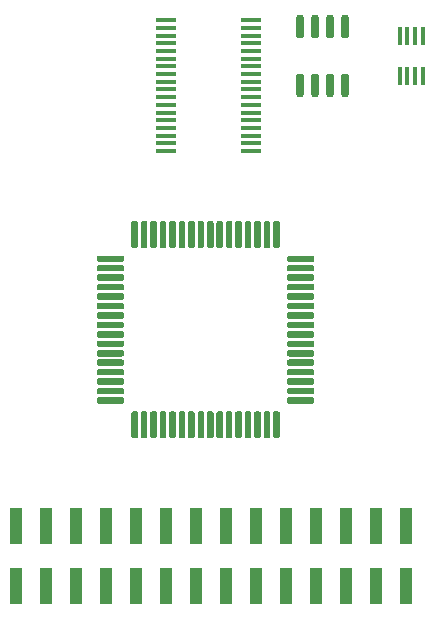
<source format=gbr>
G04 #@! TF.GenerationSoftware,KiCad,Pcbnew,(5.1.2)-1*
G04 #@! TF.CreationDate,2019-06-26T13:36:35-07:00*
G04 #@! TF.ProjectId,FIFO_P,4649464f-5f50-42e6-9b69-6361645f7063,rev?*
G04 #@! TF.SameCoordinates,Original*
G04 #@! TF.FileFunction,Paste,Top*
G04 #@! TF.FilePolarity,Positive*
%FSLAX46Y46*%
G04 Gerber Fmt 4.6, Leading zero omitted, Abs format (unit mm)*
G04 Created by KiCad (PCBNEW (5.1.2)-1) date 2019-06-26 13:36:35*
%MOMM*%
%LPD*%
G04 APERTURE LIST*
%ADD10R,1.000000X3.150000*%
%ADD11R,1.750000X0.450000*%
%ADD12C,0.100000*%
%ADD13C,0.550000*%
%ADD14C,0.600000*%
%ADD15R,0.300000X1.600000*%
G04 APERTURE END LIST*
D10*
X134594600Y-113800000D03*
X134594600Y-118850000D03*
X132054600Y-113800000D03*
X132054600Y-118850000D03*
X129514600Y-113800000D03*
X129514600Y-118850000D03*
X126974600Y-113800000D03*
X126974600Y-118850000D03*
X124434600Y-113800000D03*
X124434600Y-118850000D03*
X121894600Y-113800000D03*
X121894600Y-118850000D03*
X119354600Y-113800000D03*
X119354600Y-118850000D03*
X116814600Y-113800000D03*
X116814600Y-118850000D03*
X114274600Y-113800000D03*
X114274600Y-118850000D03*
X111734600Y-113800000D03*
X111734600Y-118850000D03*
X109194600Y-113800000D03*
X109194600Y-118850000D03*
X106654600Y-113800000D03*
X106654600Y-118850000D03*
X104114600Y-113800000D03*
X104114600Y-118850000D03*
X101574600Y-113800000D03*
X101574600Y-118850000D03*
D11*
X121463600Y-76207000D03*
X121456800Y-76841400D03*
X121456800Y-77491400D03*
X121456800Y-78141400D03*
X121456800Y-78791400D03*
X121456800Y-79441400D03*
X121456800Y-80091400D03*
X121456800Y-80741400D03*
X121456800Y-81391400D03*
X121456800Y-82041400D03*
X114256800Y-80091400D03*
X114256800Y-80741400D03*
X114256800Y-81391400D03*
X114256800Y-82041400D03*
X114256800Y-79441400D03*
X114256800Y-78791400D03*
X114256800Y-78141400D03*
X114256800Y-77491400D03*
X114256800Y-76841400D03*
X114256800Y-76191400D03*
X114256800Y-75541400D03*
X114256800Y-74891400D03*
X114256800Y-74241400D03*
X114256800Y-73591400D03*
X114256800Y-72941400D03*
X114256800Y-72291400D03*
X114256800Y-71641400D03*
X114256800Y-70991400D03*
X121456800Y-75541400D03*
X121456800Y-74891400D03*
X121456800Y-74241400D03*
X121456800Y-73591400D03*
X121456800Y-72941400D03*
X121456800Y-72291400D03*
X121456800Y-71641400D03*
X121456800Y-70991400D03*
D12*
G36*
X123750977Y-88000662D02*
G01*
X123764325Y-88002642D01*
X123777414Y-88005921D01*
X123790119Y-88010467D01*
X123802317Y-88016236D01*
X123813891Y-88023173D01*
X123824729Y-88031211D01*
X123834727Y-88040273D01*
X123843789Y-88050271D01*
X123851827Y-88061109D01*
X123858764Y-88072683D01*
X123864533Y-88084881D01*
X123869079Y-88097586D01*
X123872358Y-88110675D01*
X123874338Y-88124023D01*
X123875000Y-88137500D01*
X123875000Y-90112500D01*
X123874338Y-90125977D01*
X123872358Y-90139325D01*
X123869079Y-90152414D01*
X123864533Y-90165119D01*
X123858764Y-90177317D01*
X123851827Y-90188891D01*
X123843789Y-90199729D01*
X123834727Y-90209727D01*
X123824729Y-90218789D01*
X123813891Y-90226827D01*
X123802317Y-90233764D01*
X123790119Y-90239533D01*
X123777414Y-90244079D01*
X123764325Y-90247358D01*
X123750977Y-90249338D01*
X123737500Y-90250000D01*
X123462500Y-90250000D01*
X123449023Y-90249338D01*
X123435675Y-90247358D01*
X123422586Y-90244079D01*
X123409881Y-90239533D01*
X123397683Y-90233764D01*
X123386109Y-90226827D01*
X123375271Y-90218789D01*
X123365273Y-90209727D01*
X123356211Y-90199729D01*
X123348173Y-90188891D01*
X123341236Y-90177317D01*
X123335467Y-90165119D01*
X123330921Y-90152414D01*
X123327642Y-90139325D01*
X123325662Y-90125977D01*
X123325000Y-90112500D01*
X123325000Y-88137500D01*
X123325662Y-88124023D01*
X123327642Y-88110675D01*
X123330921Y-88097586D01*
X123335467Y-88084881D01*
X123341236Y-88072683D01*
X123348173Y-88061109D01*
X123356211Y-88050271D01*
X123365273Y-88040273D01*
X123375271Y-88031211D01*
X123386109Y-88023173D01*
X123397683Y-88016236D01*
X123409881Y-88010467D01*
X123422586Y-88005921D01*
X123435675Y-88002642D01*
X123449023Y-88000662D01*
X123462500Y-88000000D01*
X123737500Y-88000000D01*
X123750977Y-88000662D01*
X123750977Y-88000662D01*
G37*
D13*
X123600000Y-89125000D03*
D12*
G36*
X122950977Y-88000662D02*
G01*
X122964325Y-88002642D01*
X122977414Y-88005921D01*
X122990119Y-88010467D01*
X123002317Y-88016236D01*
X123013891Y-88023173D01*
X123024729Y-88031211D01*
X123034727Y-88040273D01*
X123043789Y-88050271D01*
X123051827Y-88061109D01*
X123058764Y-88072683D01*
X123064533Y-88084881D01*
X123069079Y-88097586D01*
X123072358Y-88110675D01*
X123074338Y-88124023D01*
X123075000Y-88137500D01*
X123075000Y-90112500D01*
X123074338Y-90125977D01*
X123072358Y-90139325D01*
X123069079Y-90152414D01*
X123064533Y-90165119D01*
X123058764Y-90177317D01*
X123051827Y-90188891D01*
X123043789Y-90199729D01*
X123034727Y-90209727D01*
X123024729Y-90218789D01*
X123013891Y-90226827D01*
X123002317Y-90233764D01*
X122990119Y-90239533D01*
X122977414Y-90244079D01*
X122964325Y-90247358D01*
X122950977Y-90249338D01*
X122937500Y-90250000D01*
X122662500Y-90250000D01*
X122649023Y-90249338D01*
X122635675Y-90247358D01*
X122622586Y-90244079D01*
X122609881Y-90239533D01*
X122597683Y-90233764D01*
X122586109Y-90226827D01*
X122575271Y-90218789D01*
X122565273Y-90209727D01*
X122556211Y-90199729D01*
X122548173Y-90188891D01*
X122541236Y-90177317D01*
X122535467Y-90165119D01*
X122530921Y-90152414D01*
X122527642Y-90139325D01*
X122525662Y-90125977D01*
X122525000Y-90112500D01*
X122525000Y-88137500D01*
X122525662Y-88124023D01*
X122527642Y-88110675D01*
X122530921Y-88097586D01*
X122535467Y-88084881D01*
X122541236Y-88072683D01*
X122548173Y-88061109D01*
X122556211Y-88050271D01*
X122565273Y-88040273D01*
X122575271Y-88031211D01*
X122586109Y-88023173D01*
X122597683Y-88016236D01*
X122609881Y-88010467D01*
X122622586Y-88005921D01*
X122635675Y-88002642D01*
X122649023Y-88000662D01*
X122662500Y-88000000D01*
X122937500Y-88000000D01*
X122950977Y-88000662D01*
X122950977Y-88000662D01*
G37*
D13*
X122800000Y-89125000D03*
D12*
G36*
X122150977Y-88000662D02*
G01*
X122164325Y-88002642D01*
X122177414Y-88005921D01*
X122190119Y-88010467D01*
X122202317Y-88016236D01*
X122213891Y-88023173D01*
X122224729Y-88031211D01*
X122234727Y-88040273D01*
X122243789Y-88050271D01*
X122251827Y-88061109D01*
X122258764Y-88072683D01*
X122264533Y-88084881D01*
X122269079Y-88097586D01*
X122272358Y-88110675D01*
X122274338Y-88124023D01*
X122275000Y-88137500D01*
X122275000Y-90112500D01*
X122274338Y-90125977D01*
X122272358Y-90139325D01*
X122269079Y-90152414D01*
X122264533Y-90165119D01*
X122258764Y-90177317D01*
X122251827Y-90188891D01*
X122243789Y-90199729D01*
X122234727Y-90209727D01*
X122224729Y-90218789D01*
X122213891Y-90226827D01*
X122202317Y-90233764D01*
X122190119Y-90239533D01*
X122177414Y-90244079D01*
X122164325Y-90247358D01*
X122150977Y-90249338D01*
X122137500Y-90250000D01*
X121862500Y-90250000D01*
X121849023Y-90249338D01*
X121835675Y-90247358D01*
X121822586Y-90244079D01*
X121809881Y-90239533D01*
X121797683Y-90233764D01*
X121786109Y-90226827D01*
X121775271Y-90218789D01*
X121765273Y-90209727D01*
X121756211Y-90199729D01*
X121748173Y-90188891D01*
X121741236Y-90177317D01*
X121735467Y-90165119D01*
X121730921Y-90152414D01*
X121727642Y-90139325D01*
X121725662Y-90125977D01*
X121725000Y-90112500D01*
X121725000Y-88137500D01*
X121725662Y-88124023D01*
X121727642Y-88110675D01*
X121730921Y-88097586D01*
X121735467Y-88084881D01*
X121741236Y-88072683D01*
X121748173Y-88061109D01*
X121756211Y-88050271D01*
X121765273Y-88040273D01*
X121775271Y-88031211D01*
X121786109Y-88023173D01*
X121797683Y-88016236D01*
X121809881Y-88010467D01*
X121822586Y-88005921D01*
X121835675Y-88002642D01*
X121849023Y-88000662D01*
X121862500Y-88000000D01*
X122137500Y-88000000D01*
X122150977Y-88000662D01*
X122150977Y-88000662D01*
G37*
D13*
X122000000Y-89125000D03*
D12*
G36*
X121350977Y-88000662D02*
G01*
X121364325Y-88002642D01*
X121377414Y-88005921D01*
X121390119Y-88010467D01*
X121402317Y-88016236D01*
X121413891Y-88023173D01*
X121424729Y-88031211D01*
X121434727Y-88040273D01*
X121443789Y-88050271D01*
X121451827Y-88061109D01*
X121458764Y-88072683D01*
X121464533Y-88084881D01*
X121469079Y-88097586D01*
X121472358Y-88110675D01*
X121474338Y-88124023D01*
X121475000Y-88137500D01*
X121475000Y-90112500D01*
X121474338Y-90125977D01*
X121472358Y-90139325D01*
X121469079Y-90152414D01*
X121464533Y-90165119D01*
X121458764Y-90177317D01*
X121451827Y-90188891D01*
X121443789Y-90199729D01*
X121434727Y-90209727D01*
X121424729Y-90218789D01*
X121413891Y-90226827D01*
X121402317Y-90233764D01*
X121390119Y-90239533D01*
X121377414Y-90244079D01*
X121364325Y-90247358D01*
X121350977Y-90249338D01*
X121337500Y-90250000D01*
X121062500Y-90250000D01*
X121049023Y-90249338D01*
X121035675Y-90247358D01*
X121022586Y-90244079D01*
X121009881Y-90239533D01*
X120997683Y-90233764D01*
X120986109Y-90226827D01*
X120975271Y-90218789D01*
X120965273Y-90209727D01*
X120956211Y-90199729D01*
X120948173Y-90188891D01*
X120941236Y-90177317D01*
X120935467Y-90165119D01*
X120930921Y-90152414D01*
X120927642Y-90139325D01*
X120925662Y-90125977D01*
X120925000Y-90112500D01*
X120925000Y-88137500D01*
X120925662Y-88124023D01*
X120927642Y-88110675D01*
X120930921Y-88097586D01*
X120935467Y-88084881D01*
X120941236Y-88072683D01*
X120948173Y-88061109D01*
X120956211Y-88050271D01*
X120965273Y-88040273D01*
X120975271Y-88031211D01*
X120986109Y-88023173D01*
X120997683Y-88016236D01*
X121009881Y-88010467D01*
X121022586Y-88005921D01*
X121035675Y-88002642D01*
X121049023Y-88000662D01*
X121062500Y-88000000D01*
X121337500Y-88000000D01*
X121350977Y-88000662D01*
X121350977Y-88000662D01*
G37*
D13*
X121200000Y-89125000D03*
D12*
G36*
X120550977Y-88000662D02*
G01*
X120564325Y-88002642D01*
X120577414Y-88005921D01*
X120590119Y-88010467D01*
X120602317Y-88016236D01*
X120613891Y-88023173D01*
X120624729Y-88031211D01*
X120634727Y-88040273D01*
X120643789Y-88050271D01*
X120651827Y-88061109D01*
X120658764Y-88072683D01*
X120664533Y-88084881D01*
X120669079Y-88097586D01*
X120672358Y-88110675D01*
X120674338Y-88124023D01*
X120675000Y-88137500D01*
X120675000Y-90112500D01*
X120674338Y-90125977D01*
X120672358Y-90139325D01*
X120669079Y-90152414D01*
X120664533Y-90165119D01*
X120658764Y-90177317D01*
X120651827Y-90188891D01*
X120643789Y-90199729D01*
X120634727Y-90209727D01*
X120624729Y-90218789D01*
X120613891Y-90226827D01*
X120602317Y-90233764D01*
X120590119Y-90239533D01*
X120577414Y-90244079D01*
X120564325Y-90247358D01*
X120550977Y-90249338D01*
X120537500Y-90250000D01*
X120262500Y-90250000D01*
X120249023Y-90249338D01*
X120235675Y-90247358D01*
X120222586Y-90244079D01*
X120209881Y-90239533D01*
X120197683Y-90233764D01*
X120186109Y-90226827D01*
X120175271Y-90218789D01*
X120165273Y-90209727D01*
X120156211Y-90199729D01*
X120148173Y-90188891D01*
X120141236Y-90177317D01*
X120135467Y-90165119D01*
X120130921Y-90152414D01*
X120127642Y-90139325D01*
X120125662Y-90125977D01*
X120125000Y-90112500D01*
X120125000Y-88137500D01*
X120125662Y-88124023D01*
X120127642Y-88110675D01*
X120130921Y-88097586D01*
X120135467Y-88084881D01*
X120141236Y-88072683D01*
X120148173Y-88061109D01*
X120156211Y-88050271D01*
X120165273Y-88040273D01*
X120175271Y-88031211D01*
X120186109Y-88023173D01*
X120197683Y-88016236D01*
X120209881Y-88010467D01*
X120222586Y-88005921D01*
X120235675Y-88002642D01*
X120249023Y-88000662D01*
X120262500Y-88000000D01*
X120537500Y-88000000D01*
X120550977Y-88000662D01*
X120550977Y-88000662D01*
G37*
D13*
X120400000Y-89125000D03*
D12*
G36*
X119750977Y-88000662D02*
G01*
X119764325Y-88002642D01*
X119777414Y-88005921D01*
X119790119Y-88010467D01*
X119802317Y-88016236D01*
X119813891Y-88023173D01*
X119824729Y-88031211D01*
X119834727Y-88040273D01*
X119843789Y-88050271D01*
X119851827Y-88061109D01*
X119858764Y-88072683D01*
X119864533Y-88084881D01*
X119869079Y-88097586D01*
X119872358Y-88110675D01*
X119874338Y-88124023D01*
X119875000Y-88137500D01*
X119875000Y-90112500D01*
X119874338Y-90125977D01*
X119872358Y-90139325D01*
X119869079Y-90152414D01*
X119864533Y-90165119D01*
X119858764Y-90177317D01*
X119851827Y-90188891D01*
X119843789Y-90199729D01*
X119834727Y-90209727D01*
X119824729Y-90218789D01*
X119813891Y-90226827D01*
X119802317Y-90233764D01*
X119790119Y-90239533D01*
X119777414Y-90244079D01*
X119764325Y-90247358D01*
X119750977Y-90249338D01*
X119737500Y-90250000D01*
X119462500Y-90250000D01*
X119449023Y-90249338D01*
X119435675Y-90247358D01*
X119422586Y-90244079D01*
X119409881Y-90239533D01*
X119397683Y-90233764D01*
X119386109Y-90226827D01*
X119375271Y-90218789D01*
X119365273Y-90209727D01*
X119356211Y-90199729D01*
X119348173Y-90188891D01*
X119341236Y-90177317D01*
X119335467Y-90165119D01*
X119330921Y-90152414D01*
X119327642Y-90139325D01*
X119325662Y-90125977D01*
X119325000Y-90112500D01*
X119325000Y-88137500D01*
X119325662Y-88124023D01*
X119327642Y-88110675D01*
X119330921Y-88097586D01*
X119335467Y-88084881D01*
X119341236Y-88072683D01*
X119348173Y-88061109D01*
X119356211Y-88050271D01*
X119365273Y-88040273D01*
X119375271Y-88031211D01*
X119386109Y-88023173D01*
X119397683Y-88016236D01*
X119409881Y-88010467D01*
X119422586Y-88005921D01*
X119435675Y-88002642D01*
X119449023Y-88000662D01*
X119462500Y-88000000D01*
X119737500Y-88000000D01*
X119750977Y-88000662D01*
X119750977Y-88000662D01*
G37*
D13*
X119600000Y-89125000D03*
D12*
G36*
X118950977Y-88000662D02*
G01*
X118964325Y-88002642D01*
X118977414Y-88005921D01*
X118990119Y-88010467D01*
X119002317Y-88016236D01*
X119013891Y-88023173D01*
X119024729Y-88031211D01*
X119034727Y-88040273D01*
X119043789Y-88050271D01*
X119051827Y-88061109D01*
X119058764Y-88072683D01*
X119064533Y-88084881D01*
X119069079Y-88097586D01*
X119072358Y-88110675D01*
X119074338Y-88124023D01*
X119075000Y-88137500D01*
X119075000Y-90112500D01*
X119074338Y-90125977D01*
X119072358Y-90139325D01*
X119069079Y-90152414D01*
X119064533Y-90165119D01*
X119058764Y-90177317D01*
X119051827Y-90188891D01*
X119043789Y-90199729D01*
X119034727Y-90209727D01*
X119024729Y-90218789D01*
X119013891Y-90226827D01*
X119002317Y-90233764D01*
X118990119Y-90239533D01*
X118977414Y-90244079D01*
X118964325Y-90247358D01*
X118950977Y-90249338D01*
X118937500Y-90250000D01*
X118662500Y-90250000D01*
X118649023Y-90249338D01*
X118635675Y-90247358D01*
X118622586Y-90244079D01*
X118609881Y-90239533D01*
X118597683Y-90233764D01*
X118586109Y-90226827D01*
X118575271Y-90218789D01*
X118565273Y-90209727D01*
X118556211Y-90199729D01*
X118548173Y-90188891D01*
X118541236Y-90177317D01*
X118535467Y-90165119D01*
X118530921Y-90152414D01*
X118527642Y-90139325D01*
X118525662Y-90125977D01*
X118525000Y-90112500D01*
X118525000Y-88137500D01*
X118525662Y-88124023D01*
X118527642Y-88110675D01*
X118530921Y-88097586D01*
X118535467Y-88084881D01*
X118541236Y-88072683D01*
X118548173Y-88061109D01*
X118556211Y-88050271D01*
X118565273Y-88040273D01*
X118575271Y-88031211D01*
X118586109Y-88023173D01*
X118597683Y-88016236D01*
X118609881Y-88010467D01*
X118622586Y-88005921D01*
X118635675Y-88002642D01*
X118649023Y-88000662D01*
X118662500Y-88000000D01*
X118937500Y-88000000D01*
X118950977Y-88000662D01*
X118950977Y-88000662D01*
G37*
D13*
X118800000Y-89125000D03*
D12*
G36*
X118150977Y-88000662D02*
G01*
X118164325Y-88002642D01*
X118177414Y-88005921D01*
X118190119Y-88010467D01*
X118202317Y-88016236D01*
X118213891Y-88023173D01*
X118224729Y-88031211D01*
X118234727Y-88040273D01*
X118243789Y-88050271D01*
X118251827Y-88061109D01*
X118258764Y-88072683D01*
X118264533Y-88084881D01*
X118269079Y-88097586D01*
X118272358Y-88110675D01*
X118274338Y-88124023D01*
X118275000Y-88137500D01*
X118275000Y-90112500D01*
X118274338Y-90125977D01*
X118272358Y-90139325D01*
X118269079Y-90152414D01*
X118264533Y-90165119D01*
X118258764Y-90177317D01*
X118251827Y-90188891D01*
X118243789Y-90199729D01*
X118234727Y-90209727D01*
X118224729Y-90218789D01*
X118213891Y-90226827D01*
X118202317Y-90233764D01*
X118190119Y-90239533D01*
X118177414Y-90244079D01*
X118164325Y-90247358D01*
X118150977Y-90249338D01*
X118137500Y-90250000D01*
X117862500Y-90250000D01*
X117849023Y-90249338D01*
X117835675Y-90247358D01*
X117822586Y-90244079D01*
X117809881Y-90239533D01*
X117797683Y-90233764D01*
X117786109Y-90226827D01*
X117775271Y-90218789D01*
X117765273Y-90209727D01*
X117756211Y-90199729D01*
X117748173Y-90188891D01*
X117741236Y-90177317D01*
X117735467Y-90165119D01*
X117730921Y-90152414D01*
X117727642Y-90139325D01*
X117725662Y-90125977D01*
X117725000Y-90112500D01*
X117725000Y-88137500D01*
X117725662Y-88124023D01*
X117727642Y-88110675D01*
X117730921Y-88097586D01*
X117735467Y-88084881D01*
X117741236Y-88072683D01*
X117748173Y-88061109D01*
X117756211Y-88050271D01*
X117765273Y-88040273D01*
X117775271Y-88031211D01*
X117786109Y-88023173D01*
X117797683Y-88016236D01*
X117809881Y-88010467D01*
X117822586Y-88005921D01*
X117835675Y-88002642D01*
X117849023Y-88000662D01*
X117862500Y-88000000D01*
X118137500Y-88000000D01*
X118150977Y-88000662D01*
X118150977Y-88000662D01*
G37*
D13*
X118000000Y-89125000D03*
D12*
G36*
X117350977Y-88000662D02*
G01*
X117364325Y-88002642D01*
X117377414Y-88005921D01*
X117390119Y-88010467D01*
X117402317Y-88016236D01*
X117413891Y-88023173D01*
X117424729Y-88031211D01*
X117434727Y-88040273D01*
X117443789Y-88050271D01*
X117451827Y-88061109D01*
X117458764Y-88072683D01*
X117464533Y-88084881D01*
X117469079Y-88097586D01*
X117472358Y-88110675D01*
X117474338Y-88124023D01*
X117475000Y-88137500D01*
X117475000Y-90112500D01*
X117474338Y-90125977D01*
X117472358Y-90139325D01*
X117469079Y-90152414D01*
X117464533Y-90165119D01*
X117458764Y-90177317D01*
X117451827Y-90188891D01*
X117443789Y-90199729D01*
X117434727Y-90209727D01*
X117424729Y-90218789D01*
X117413891Y-90226827D01*
X117402317Y-90233764D01*
X117390119Y-90239533D01*
X117377414Y-90244079D01*
X117364325Y-90247358D01*
X117350977Y-90249338D01*
X117337500Y-90250000D01*
X117062500Y-90250000D01*
X117049023Y-90249338D01*
X117035675Y-90247358D01*
X117022586Y-90244079D01*
X117009881Y-90239533D01*
X116997683Y-90233764D01*
X116986109Y-90226827D01*
X116975271Y-90218789D01*
X116965273Y-90209727D01*
X116956211Y-90199729D01*
X116948173Y-90188891D01*
X116941236Y-90177317D01*
X116935467Y-90165119D01*
X116930921Y-90152414D01*
X116927642Y-90139325D01*
X116925662Y-90125977D01*
X116925000Y-90112500D01*
X116925000Y-88137500D01*
X116925662Y-88124023D01*
X116927642Y-88110675D01*
X116930921Y-88097586D01*
X116935467Y-88084881D01*
X116941236Y-88072683D01*
X116948173Y-88061109D01*
X116956211Y-88050271D01*
X116965273Y-88040273D01*
X116975271Y-88031211D01*
X116986109Y-88023173D01*
X116997683Y-88016236D01*
X117009881Y-88010467D01*
X117022586Y-88005921D01*
X117035675Y-88002642D01*
X117049023Y-88000662D01*
X117062500Y-88000000D01*
X117337500Y-88000000D01*
X117350977Y-88000662D01*
X117350977Y-88000662D01*
G37*
D13*
X117200000Y-89125000D03*
D12*
G36*
X116550977Y-88000662D02*
G01*
X116564325Y-88002642D01*
X116577414Y-88005921D01*
X116590119Y-88010467D01*
X116602317Y-88016236D01*
X116613891Y-88023173D01*
X116624729Y-88031211D01*
X116634727Y-88040273D01*
X116643789Y-88050271D01*
X116651827Y-88061109D01*
X116658764Y-88072683D01*
X116664533Y-88084881D01*
X116669079Y-88097586D01*
X116672358Y-88110675D01*
X116674338Y-88124023D01*
X116675000Y-88137500D01*
X116675000Y-90112500D01*
X116674338Y-90125977D01*
X116672358Y-90139325D01*
X116669079Y-90152414D01*
X116664533Y-90165119D01*
X116658764Y-90177317D01*
X116651827Y-90188891D01*
X116643789Y-90199729D01*
X116634727Y-90209727D01*
X116624729Y-90218789D01*
X116613891Y-90226827D01*
X116602317Y-90233764D01*
X116590119Y-90239533D01*
X116577414Y-90244079D01*
X116564325Y-90247358D01*
X116550977Y-90249338D01*
X116537500Y-90250000D01*
X116262500Y-90250000D01*
X116249023Y-90249338D01*
X116235675Y-90247358D01*
X116222586Y-90244079D01*
X116209881Y-90239533D01*
X116197683Y-90233764D01*
X116186109Y-90226827D01*
X116175271Y-90218789D01*
X116165273Y-90209727D01*
X116156211Y-90199729D01*
X116148173Y-90188891D01*
X116141236Y-90177317D01*
X116135467Y-90165119D01*
X116130921Y-90152414D01*
X116127642Y-90139325D01*
X116125662Y-90125977D01*
X116125000Y-90112500D01*
X116125000Y-88137500D01*
X116125662Y-88124023D01*
X116127642Y-88110675D01*
X116130921Y-88097586D01*
X116135467Y-88084881D01*
X116141236Y-88072683D01*
X116148173Y-88061109D01*
X116156211Y-88050271D01*
X116165273Y-88040273D01*
X116175271Y-88031211D01*
X116186109Y-88023173D01*
X116197683Y-88016236D01*
X116209881Y-88010467D01*
X116222586Y-88005921D01*
X116235675Y-88002642D01*
X116249023Y-88000662D01*
X116262500Y-88000000D01*
X116537500Y-88000000D01*
X116550977Y-88000662D01*
X116550977Y-88000662D01*
G37*
D13*
X116400000Y-89125000D03*
D12*
G36*
X115750977Y-88000662D02*
G01*
X115764325Y-88002642D01*
X115777414Y-88005921D01*
X115790119Y-88010467D01*
X115802317Y-88016236D01*
X115813891Y-88023173D01*
X115824729Y-88031211D01*
X115834727Y-88040273D01*
X115843789Y-88050271D01*
X115851827Y-88061109D01*
X115858764Y-88072683D01*
X115864533Y-88084881D01*
X115869079Y-88097586D01*
X115872358Y-88110675D01*
X115874338Y-88124023D01*
X115875000Y-88137500D01*
X115875000Y-90112500D01*
X115874338Y-90125977D01*
X115872358Y-90139325D01*
X115869079Y-90152414D01*
X115864533Y-90165119D01*
X115858764Y-90177317D01*
X115851827Y-90188891D01*
X115843789Y-90199729D01*
X115834727Y-90209727D01*
X115824729Y-90218789D01*
X115813891Y-90226827D01*
X115802317Y-90233764D01*
X115790119Y-90239533D01*
X115777414Y-90244079D01*
X115764325Y-90247358D01*
X115750977Y-90249338D01*
X115737500Y-90250000D01*
X115462500Y-90250000D01*
X115449023Y-90249338D01*
X115435675Y-90247358D01*
X115422586Y-90244079D01*
X115409881Y-90239533D01*
X115397683Y-90233764D01*
X115386109Y-90226827D01*
X115375271Y-90218789D01*
X115365273Y-90209727D01*
X115356211Y-90199729D01*
X115348173Y-90188891D01*
X115341236Y-90177317D01*
X115335467Y-90165119D01*
X115330921Y-90152414D01*
X115327642Y-90139325D01*
X115325662Y-90125977D01*
X115325000Y-90112500D01*
X115325000Y-88137500D01*
X115325662Y-88124023D01*
X115327642Y-88110675D01*
X115330921Y-88097586D01*
X115335467Y-88084881D01*
X115341236Y-88072683D01*
X115348173Y-88061109D01*
X115356211Y-88050271D01*
X115365273Y-88040273D01*
X115375271Y-88031211D01*
X115386109Y-88023173D01*
X115397683Y-88016236D01*
X115409881Y-88010467D01*
X115422586Y-88005921D01*
X115435675Y-88002642D01*
X115449023Y-88000662D01*
X115462500Y-88000000D01*
X115737500Y-88000000D01*
X115750977Y-88000662D01*
X115750977Y-88000662D01*
G37*
D13*
X115600000Y-89125000D03*
D12*
G36*
X114950977Y-88000662D02*
G01*
X114964325Y-88002642D01*
X114977414Y-88005921D01*
X114990119Y-88010467D01*
X115002317Y-88016236D01*
X115013891Y-88023173D01*
X115024729Y-88031211D01*
X115034727Y-88040273D01*
X115043789Y-88050271D01*
X115051827Y-88061109D01*
X115058764Y-88072683D01*
X115064533Y-88084881D01*
X115069079Y-88097586D01*
X115072358Y-88110675D01*
X115074338Y-88124023D01*
X115075000Y-88137500D01*
X115075000Y-90112500D01*
X115074338Y-90125977D01*
X115072358Y-90139325D01*
X115069079Y-90152414D01*
X115064533Y-90165119D01*
X115058764Y-90177317D01*
X115051827Y-90188891D01*
X115043789Y-90199729D01*
X115034727Y-90209727D01*
X115024729Y-90218789D01*
X115013891Y-90226827D01*
X115002317Y-90233764D01*
X114990119Y-90239533D01*
X114977414Y-90244079D01*
X114964325Y-90247358D01*
X114950977Y-90249338D01*
X114937500Y-90250000D01*
X114662500Y-90250000D01*
X114649023Y-90249338D01*
X114635675Y-90247358D01*
X114622586Y-90244079D01*
X114609881Y-90239533D01*
X114597683Y-90233764D01*
X114586109Y-90226827D01*
X114575271Y-90218789D01*
X114565273Y-90209727D01*
X114556211Y-90199729D01*
X114548173Y-90188891D01*
X114541236Y-90177317D01*
X114535467Y-90165119D01*
X114530921Y-90152414D01*
X114527642Y-90139325D01*
X114525662Y-90125977D01*
X114525000Y-90112500D01*
X114525000Y-88137500D01*
X114525662Y-88124023D01*
X114527642Y-88110675D01*
X114530921Y-88097586D01*
X114535467Y-88084881D01*
X114541236Y-88072683D01*
X114548173Y-88061109D01*
X114556211Y-88050271D01*
X114565273Y-88040273D01*
X114575271Y-88031211D01*
X114586109Y-88023173D01*
X114597683Y-88016236D01*
X114609881Y-88010467D01*
X114622586Y-88005921D01*
X114635675Y-88002642D01*
X114649023Y-88000662D01*
X114662500Y-88000000D01*
X114937500Y-88000000D01*
X114950977Y-88000662D01*
X114950977Y-88000662D01*
G37*
D13*
X114800000Y-89125000D03*
D12*
G36*
X114150977Y-88000662D02*
G01*
X114164325Y-88002642D01*
X114177414Y-88005921D01*
X114190119Y-88010467D01*
X114202317Y-88016236D01*
X114213891Y-88023173D01*
X114224729Y-88031211D01*
X114234727Y-88040273D01*
X114243789Y-88050271D01*
X114251827Y-88061109D01*
X114258764Y-88072683D01*
X114264533Y-88084881D01*
X114269079Y-88097586D01*
X114272358Y-88110675D01*
X114274338Y-88124023D01*
X114275000Y-88137500D01*
X114275000Y-90112500D01*
X114274338Y-90125977D01*
X114272358Y-90139325D01*
X114269079Y-90152414D01*
X114264533Y-90165119D01*
X114258764Y-90177317D01*
X114251827Y-90188891D01*
X114243789Y-90199729D01*
X114234727Y-90209727D01*
X114224729Y-90218789D01*
X114213891Y-90226827D01*
X114202317Y-90233764D01*
X114190119Y-90239533D01*
X114177414Y-90244079D01*
X114164325Y-90247358D01*
X114150977Y-90249338D01*
X114137500Y-90250000D01*
X113862500Y-90250000D01*
X113849023Y-90249338D01*
X113835675Y-90247358D01*
X113822586Y-90244079D01*
X113809881Y-90239533D01*
X113797683Y-90233764D01*
X113786109Y-90226827D01*
X113775271Y-90218789D01*
X113765273Y-90209727D01*
X113756211Y-90199729D01*
X113748173Y-90188891D01*
X113741236Y-90177317D01*
X113735467Y-90165119D01*
X113730921Y-90152414D01*
X113727642Y-90139325D01*
X113725662Y-90125977D01*
X113725000Y-90112500D01*
X113725000Y-88137500D01*
X113725662Y-88124023D01*
X113727642Y-88110675D01*
X113730921Y-88097586D01*
X113735467Y-88084881D01*
X113741236Y-88072683D01*
X113748173Y-88061109D01*
X113756211Y-88050271D01*
X113765273Y-88040273D01*
X113775271Y-88031211D01*
X113786109Y-88023173D01*
X113797683Y-88016236D01*
X113809881Y-88010467D01*
X113822586Y-88005921D01*
X113835675Y-88002642D01*
X113849023Y-88000662D01*
X113862500Y-88000000D01*
X114137500Y-88000000D01*
X114150977Y-88000662D01*
X114150977Y-88000662D01*
G37*
D13*
X114000000Y-89125000D03*
D12*
G36*
X113350977Y-88000662D02*
G01*
X113364325Y-88002642D01*
X113377414Y-88005921D01*
X113390119Y-88010467D01*
X113402317Y-88016236D01*
X113413891Y-88023173D01*
X113424729Y-88031211D01*
X113434727Y-88040273D01*
X113443789Y-88050271D01*
X113451827Y-88061109D01*
X113458764Y-88072683D01*
X113464533Y-88084881D01*
X113469079Y-88097586D01*
X113472358Y-88110675D01*
X113474338Y-88124023D01*
X113475000Y-88137500D01*
X113475000Y-90112500D01*
X113474338Y-90125977D01*
X113472358Y-90139325D01*
X113469079Y-90152414D01*
X113464533Y-90165119D01*
X113458764Y-90177317D01*
X113451827Y-90188891D01*
X113443789Y-90199729D01*
X113434727Y-90209727D01*
X113424729Y-90218789D01*
X113413891Y-90226827D01*
X113402317Y-90233764D01*
X113390119Y-90239533D01*
X113377414Y-90244079D01*
X113364325Y-90247358D01*
X113350977Y-90249338D01*
X113337500Y-90250000D01*
X113062500Y-90250000D01*
X113049023Y-90249338D01*
X113035675Y-90247358D01*
X113022586Y-90244079D01*
X113009881Y-90239533D01*
X112997683Y-90233764D01*
X112986109Y-90226827D01*
X112975271Y-90218789D01*
X112965273Y-90209727D01*
X112956211Y-90199729D01*
X112948173Y-90188891D01*
X112941236Y-90177317D01*
X112935467Y-90165119D01*
X112930921Y-90152414D01*
X112927642Y-90139325D01*
X112925662Y-90125977D01*
X112925000Y-90112500D01*
X112925000Y-88137500D01*
X112925662Y-88124023D01*
X112927642Y-88110675D01*
X112930921Y-88097586D01*
X112935467Y-88084881D01*
X112941236Y-88072683D01*
X112948173Y-88061109D01*
X112956211Y-88050271D01*
X112965273Y-88040273D01*
X112975271Y-88031211D01*
X112986109Y-88023173D01*
X112997683Y-88016236D01*
X113009881Y-88010467D01*
X113022586Y-88005921D01*
X113035675Y-88002642D01*
X113049023Y-88000662D01*
X113062500Y-88000000D01*
X113337500Y-88000000D01*
X113350977Y-88000662D01*
X113350977Y-88000662D01*
G37*
D13*
X113200000Y-89125000D03*
D12*
G36*
X112550977Y-88000662D02*
G01*
X112564325Y-88002642D01*
X112577414Y-88005921D01*
X112590119Y-88010467D01*
X112602317Y-88016236D01*
X112613891Y-88023173D01*
X112624729Y-88031211D01*
X112634727Y-88040273D01*
X112643789Y-88050271D01*
X112651827Y-88061109D01*
X112658764Y-88072683D01*
X112664533Y-88084881D01*
X112669079Y-88097586D01*
X112672358Y-88110675D01*
X112674338Y-88124023D01*
X112675000Y-88137500D01*
X112675000Y-90112500D01*
X112674338Y-90125977D01*
X112672358Y-90139325D01*
X112669079Y-90152414D01*
X112664533Y-90165119D01*
X112658764Y-90177317D01*
X112651827Y-90188891D01*
X112643789Y-90199729D01*
X112634727Y-90209727D01*
X112624729Y-90218789D01*
X112613891Y-90226827D01*
X112602317Y-90233764D01*
X112590119Y-90239533D01*
X112577414Y-90244079D01*
X112564325Y-90247358D01*
X112550977Y-90249338D01*
X112537500Y-90250000D01*
X112262500Y-90250000D01*
X112249023Y-90249338D01*
X112235675Y-90247358D01*
X112222586Y-90244079D01*
X112209881Y-90239533D01*
X112197683Y-90233764D01*
X112186109Y-90226827D01*
X112175271Y-90218789D01*
X112165273Y-90209727D01*
X112156211Y-90199729D01*
X112148173Y-90188891D01*
X112141236Y-90177317D01*
X112135467Y-90165119D01*
X112130921Y-90152414D01*
X112127642Y-90139325D01*
X112125662Y-90125977D01*
X112125000Y-90112500D01*
X112125000Y-88137500D01*
X112125662Y-88124023D01*
X112127642Y-88110675D01*
X112130921Y-88097586D01*
X112135467Y-88084881D01*
X112141236Y-88072683D01*
X112148173Y-88061109D01*
X112156211Y-88050271D01*
X112165273Y-88040273D01*
X112175271Y-88031211D01*
X112186109Y-88023173D01*
X112197683Y-88016236D01*
X112209881Y-88010467D01*
X112222586Y-88005921D01*
X112235675Y-88002642D01*
X112249023Y-88000662D01*
X112262500Y-88000000D01*
X112537500Y-88000000D01*
X112550977Y-88000662D01*
X112550977Y-88000662D01*
G37*
D13*
X112400000Y-89125000D03*
D12*
G36*
X111750977Y-88000662D02*
G01*
X111764325Y-88002642D01*
X111777414Y-88005921D01*
X111790119Y-88010467D01*
X111802317Y-88016236D01*
X111813891Y-88023173D01*
X111824729Y-88031211D01*
X111834727Y-88040273D01*
X111843789Y-88050271D01*
X111851827Y-88061109D01*
X111858764Y-88072683D01*
X111864533Y-88084881D01*
X111869079Y-88097586D01*
X111872358Y-88110675D01*
X111874338Y-88124023D01*
X111875000Y-88137500D01*
X111875000Y-90112500D01*
X111874338Y-90125977D01*
X111872358Y-90139325D01*
X111869079Y-90152414D01*
X111864533Y-90165119D01*
X111858764Y-90177317D01*
X111851827Y-90188891D01*
X111843789Y-90199729D01*
X111834727Y-90209727D01*
X111824729Y-90218789D01*
X111813891Y-90226827D01*
X111802317Y-90233764D01*
X111790119Y-90239533D01*
X111777414Y-90244079D01*
X111764325Y-90247358D01*
X111750977Y-90249338D01*
X111737500Y-90250000D01*
X111462500Y-90250000D01*
X111449023Y-90249338D01*
X111435675Y-90247358D01*
X111422586Y-90244079D01*
X111409881Y-90239533D01*
X111397683Y-90233764D01*
X111386109Y-90226827D01*
X111375271Y-90218789D01*
X111365273Y-90209727D01*
X111356211Y-90199729D01*
X111348173Y-90188891D01*
X111341236Y-90177317D01*
X111335467Y-90165119D01*
X111330921Y-90152414D01*
X111327642Y-90139325D01*
X111325662Y-90125977D01*
X111325000Y-90112500D01*
X111325000Y-88137500D01*
X111325662Y-88124023D01*
X111327642Y-88110675D01*
X111330921Y-88097586D01*
X111335467Y-88084881D01*
X111341236Y-88072683D01*
X111348173Y-88061109D01*
X111356211Y-88050271D01*
X111365273Y-88040273D01*
X111375271Y-88031211D01*
X111386109Y-88023173D01*
X111397683Y-88016236D01*
X111409881Y-88010467D01*
X111422586Y-88005921D01*
X111435675Y-88002642D01*
X111449023Y-88000662D01*
X111462500Y-88000000D01*
X111737500Y-88000000D01*
X111750977Y-88000662D01*
X111750977Y-88000662D01*
G37*
D13*
X111600000Y-89125000D03*
D12*
G36*
X110550977Y-90900662D02*
G01*
X110564325Y-90902642D01*
X110577414Y-90905921D01*
X110590119Y-90910467D01*
X110602317Y-90916236D01*
X110613891Y-90923173D01*
X110624729Y-90931211D01*
X110634727Y-90940273D01*
X110643789Y-90950271D01*
X110651827Y-90961109D01*
X110658764Y-90972683D01*
X110664533Y-90984881D01*
X110669079Y-90997586D01*
X110672358Y-91010675D01*
X110674338Y-91024023D01*
X110675000Y-91037500D01*
X110675000Y-91312500D01*
X110674338Y-91325977D01*
X110672358Y-91339325D01*
X110669079Y-91352414D01*
X110664533Y-91365119D01*
X110658764Y-91377317D01*
X110651827Y-91388891D01*
X110643789Y-91399729D01*
X110634727Y-91409727D01*
X110624729Y-91418789D01*
X110613891Y-91426827D01*
X110602317Y-91433764D01*
X110590119Y-91439533D01*
X110577414Y-91444079D01*
X110564325Y-91447358D01*
X110550977Y-91449338D01*
X110537500Y-91450000D01*
X108562500Y-91450000D01*
X108549023Y-91449338D01*
X108535675Y-91447358D01*
X108522586Y-91444079D01*
X108509881Y-91439533D01*
X108497683Y-91433764D01*
X108486109Y-91426827D01*
X108475271Y-91418789D01*
X108465273Y-91409727D01*
X108456211Y-91399729D01*
X108448173Y-91388891D01*
X108441236Y-91377317D01*
X108435467Y-91365119D01*
X108430921Y-91352414D01*
X108427642Y-91339325D01*
X108425662Y-91325977D01*
X108425000Y-91312500D01*
X108425000Y-91037500D01*
X108425662Y-91024023D01*
X108427642Y-91010675D01*
X108430921Y-90997586D01*
X108435467Y-90984881D01*
X108441236Y-90972683D01*
X108448173Y-90961109D01*
X108456211Y-90950271D01*
X108465273Y-90940273D01*
X108475271Y-90931211D01*
X108486109Y-90923173D01*
X108497683Y-90916236D01*
X108509881Y-90910467D01*
X108522586Y-90905921D01*
X108535675Y-90902642D01*
X108549023Y-90900662D01*
X108562500Y-90900000D01*
X110537500Y-90900000D01*
X110550977Y-90900662D01*
X110550977Y-90900662D01*
G37*
D13*
X109550000Y-91175000D03*
D12*
G36*
X110550977Y-91700662D02*
G01*
X110564325Y-91702642D01*
X110577414Y-91705921D01*
X110590119Y-91710467D01*
X110602317Y-91716236D01*
X110613891Y-91723173D01*
X110624729Y-91731211D01*
X110634727Y-91740273D01*
X110643789Y-91750271D01*
X110651827Y-91761109D01*
X110658764Y-91772683D01*
X110664533Y-91784881D01*
X110669079Y-91797586D01*
X110672358Y-91810675D01*
X110674338Y-91824023D01*
X110675000Y-91837500D01*
X110675000Y-92112500D01*
X110674338Y-92125977D01*
X110672358Y-92139325D01*
X110669079Y-92152414D01*
X110664533Y-92165119D01*
X110658764Y-92177317D01*
X110651827Y-92188891D01*
X110643789Y-92199729D01*
X110634727Y-92209727D01*
X110624729Y-92218789D01*
X110613891Y-92226827D01*
X110602317Y-92233764D01*
X110590119Y-92239533D01*
X110577414Y-92244079D01*
X110564325Y-92247358D01*
X110550977Y-92249338D01*
X110537500Y-92250000D01*
X108562500Y-92250000D01*
X108549023Y-92249338D01*
X108535675Y-92247358D01*
X108522586Y-92244079D01*
X108509881Y-92239533D01*
X108497683Y-92233764D01*
X108486109Y-92226827D01*
X108475271Y-92218789D01*
X108465273Y-92209727D01*
X108456211Y-92199729D01*
X108448173Y-92188891D01*
X108441236Y-92177317D01*
X108435467Y-92165119D01*
X108430921Y-92152414D01*
X108427642Y-92139325D01*
X108425662Y-92125977D01*
X108425000Y-92112500D01*
X108425000Y-91837500D01*
X108425662Y-91824023D01*
X108427642Y-91810675D01*
X108430921Y-91797586D01*
X108435467Y-91784881D01*
X108441236Y-91772683D01*
X108448173Y-91761109D01*
X108456211Y-91750271D01*
X108465273Y-91740273D01*
X108475271Y-91731211D01*
X108486109Y-91723173D01*
X108497683Y-91716236D01*
X108509881Y-91710467D01*
X108522586Y-91705921D01*
X108535675Y-91702642D01*
X108549023Y-91700662D01*
X108562500Y-91700000D01*
X110537500Y-91700000D01*
X110550977Y-91700662D01*
X110550977Y-91700662D01*
G37*
D13*
X109550000Y-91975000D03*
D12*
G36*
X110550977Y-92500662D02*
G01*
X110564325Y-92502642D01*
X110577414Y-92505921D01*
X110590119Y-92510467D01*
X110602317Y-92516236D01*
X110613891Y-92523173D01*
X110624729Y-92531211D01*
X110634727Y-92540273D01*
X110643789Y-92550271D01*
X110651827Y-92561109D01*
X110658764Y-92572683D01*
X110664533Y-92584881D01*
X110669079Y-92597586D01*
X110672358Y-92610675D01*
X110674338Y-92624023D01*
X110675000Y-92637500D01*
X110675000Y-92912500D01*
X110674338Y-92925977D01*
X110672358Y-92939325D01*
X110669079Y-92952414D01*
X110664533Y-92965119D01*
X110658764Y-92977317D01*
X110651827Y-92988891D01*
X110643789Y-92999729D01*
X110634727Y-93009727D01*
X110624729Y-93018789D01*
X110613891Y-93026827D01*
X110602317Y-93033764D01*
X110590119Y-93039533D01*
X110577414Y-93044079D01*
X110564325Y-93047358D01*
X110550977Y-93049338D01*
X110537500Y-93050000D01*
X108562500Y-93050000D01*
X108549023Y-93049338D01*
X108535675Y-93047358D01*
X108522586Y-93044079D01*
X108509881Y-93039533D01*
X108497683Y-93033764D01*
X108486109Y-93026827D01*
X108475271Y-93018789D01*
X108465273Y-93009727D01*
X108456211Y-92999729D01*
X108448173Y-92988891D01*
X108441236Y-92977317D01*
X108435467Y-92965119D01*
X108430921Y-92952414D01*
X108427642Y-92939325D01*
X108425662Y-92925977D01*
X108425000Y-92912500D01*
X108425000Y-92637500D01*
X108425662Y-92624023D01*
X108427642Y-92610675D01*
X108430921Y-92597586D01*
X108435467Y-92584881D01*
X108441236Y-92572683D01*
X108448173Y-92561109D01*
X108456211Y-92550271D01*
X108465273Y-92540273D01*
X108475271Y-92531211D01*
X108486109Y-92523173D01*
X108497683Y-92516236D01*
X108509881Y-92510467D01*
X108522586Y-92505921D01*
X108535675Y-92502642D01*
X108549023Y-92500662D01*
X108562500Y-92500000D01*
X110537500Y-92500000D01*
X110550977Y-92500662D01*
X110550977Y-92500662D01*
G37*
D13*
X109550000Y-92775000D03*
D12*
G36*
X110550977Y-93300662D02*
G01*
X110564325Y-93302642D01*
X110577414Y-93305921D01*
X110590119Y-93310467D01*
X110602317Y-93316236D01*
X110613891Y-93323173D01*
X110624729Y-93331211D01*
X110634727Y-93340273D01*
X110643789Y-93350271D01*
X110651827Y-93361109D01*
X110658764Y-93372683D01*
X110664533Y-93384881D01*
X110669079Y-93397586D01*
X110672358Y-93410675D01*
X110674338Y-93424023D01*
X110675000Y-93437500D01*
X110675000Y-93712500D01*
X110674338Y-93725977D01*
X110672358Y-93739325D01*
X110669079Y-93752414D01*
X110664533Y-93765119D01*
X110658764Y-93777317D01*
X110651827Y-93788891D01*
X110643789Y-93799729D01*
X110634727Y-93809727D01*
X110624729Y-93818789D01*
X110613891Y-93826827D01*
X110602317Y-93833764D01*
X110590119Y-93839533D01*
X110577414Y-93844079D01*
X110564325Y-93847358D01*
X110550977Y-93849338D01*
X110537500Y-93850000D01*
X108562500Y-93850000D01*
X108549023Y-93849338D01*
X108535675Y-93847358D01*
X108522586Y-93844079D01*
X108509881Y-93839533D01*
X108497683Y-93833764D01*
X108486109Y-93826827D01*
X108475271Y-93818789D01*
X108465273Y-93809727D01*
X108456211Y-93799729D01*
X108448173Y-93788891D01*
X108441236Y-93777317D01*
X108435467Y-93765119D01*
X108430921Y-93752414D01*
X108427642Y-93739325D01*
X108425662Y-93725977D01*
X108425000Y-93712500D01*
X108425000Y-93437500D01*
X108425662Y-93424023D01*
X108427642Y-93410675D01*
X108430921Y-93397586D01*
X108435467Y-93384881D01*
X108441236Y-93372683D01*
X108448173Y-93361109D01*
X108456211Y-93350271D01*
X108465273Y-93340273D01*
X108475271Y-93331211D01*
X108486109Y-93323173D01*
X108497683Y-93316236D01*
X108509881Y-93310467D01*
X108522586Y-93305921D01*
X108535675Y-93302642D01*
X108549023Y-93300662D01*
X108562500Y-93300000D01*
X110537500Y-93300000D01*
X110550977Y-93300662D01*
X110550977Y-93300662D01*
G37*
D13*
X109550000Y-93575000D03*
D12*
G36*
X110550977Y-94100662D02*
G01*
X110564325Y-94102642D01*
X110577414Y-94105921D01*
X110590119Y-94110467D01*
X110602317Y-94116236D01*
X110613891Y-94123173D01*
X110624729Y-94131211D01*
X110634727Y-94140273D01*
X110643789Y-94150271D01*
X110651827Y-94161109D01*
X110658764Y-94172683D01*
X110664533Y-94184881D01*
X110669079Y-94197586D01*
X110672358Y-94210675D01*
X110674338Y-94224023D01*
X110675000Y-94237500D01*
X110675000Y-94512500D01*
X110674338Y-94525977D01*
X110672358Y-94539325D01*
X110669079Y-94552414D01*
X110664533Y-94565119D01*
X110658764Y-94577317D01*
X110651827Y-94588891D01*
X110643789Y-94599729D01*
X110634727Y-94609727D01*
X110624729Y-94618789D01*
X110613891Y-94626827D01*
X110602317Y-94633764D01*
X110590119Y-94639533D01*
X110577414Y-94644079D01*
X110564325Y-94647358D01*
X110550977Y-94649338D01*
X110537500Y-94650000D01*
X108562500Y-94650000D01*
X108549023Y-94649338D01*
X108535675Y-94647358D01*
X108522586Y-94644079D01*
X108509881Y-94639533D01*
X108497683Y-94633764D01*
X108486109Y-94626827D01*
X108475271Y-94618789D01*
X108465273Y-94609727D01*
X108456211Y-94599729D01*
X108448173Y-94588891D01*
X108441236Y-94577317D01*
X108435467Y-94565119D01*
X108430921Y-94552414D01*
X108427642Y-94539325D01*
X108425662Y-94525977D01*
X108425000Y-94512500D01*
X108425000Y-94237500D01*
X108425662Y-94224023D01*
X108427642Y-94210675D01*
X108430921Y-94197586D01*
X108435467Y-94184881D01*
X108441236Y-94172683D01*
X108448173Y-94161109D01*
X108456211Y-94150271D01*
X108465273Y-94140273D01*
X108475271Y-94131211D01*
X108486109Y-94123173D01*
X108497683Y-94116236D01*
X108509881Y-94110467D01*
X108522586Y-94105921D01*
X108535675Y-94102642D01*
X108549023Y-94100662D01*
X108562500Y-94100000D01*
X110537500Y-94100000D01*
X110550977Y-94100662D01*
X110550977Y-94100662D01*
G37*
D13*
X109550000Y-94375000D03*
D12*
G36*
X110550977Y-94900662D02*
G01*
X110564325Y-94902642D01*
X110577414Y-94905921D01*
X110590119Y-94910467D01*
X110602317Y-94916236D01*
X110613891Y-94923173D01*
X110624729Y-94931211D01*
X110634727Y-94940273D01*
X110643789Y-94950271D01*
X110651827Y-94961109D01*
X110658764Y-94972683D01*
X110664533Y-94984881D01*
X110669079Y-94997586D01*
X110672358Y-95010675D01*
X110674338Y-95024023D01*
X110675000Y-95037500D01*
X110675000Y-95312500D01*
X110674338Y-95325977D01*
X110672358Y-95339325D01*
X110669079Y-95352414D01*
X110664533Y-95365119D01*
X110658764Y-95377317D01*
X110651827Y-95388891D01*
X110643789Y-95399729D01*
X110634727Y-95409727D01*
X110624729Y-95418789D01*
X110613891Y-95426827D01*
X110602317Y-95433764D01*
X110590119Y-95439533D01*
X110577414Y-95444079D01*
X110564325Y-95447358D01*
X110550977Y-95449338D01*
X110537500Y-95450000D01*
X108562500Y-95450000D01*
X108549023Y-95449338D01*
X108535675Y-95447358D01*
X108522586Y-95444079D01*
X108509881Y-95439533D01*
X108497683Y-95433764D01*
X108486109Y-95426827D01*
X108475271Y-95418789D01*
X108465273Y-95409727D01*
X108456211Y-95399729D01*
X108448173Y-95388891D01*
X108441236Y-95377317D01*
X108435467Y-95365119D01*
X108430921Y-95352414D01*
X108427642Y-95339325D01*
X108425662Y-95325977D01*
X108425000Y-95312500D01*
X108425000Y-95037500D01*
X108425662Y-95024023D01*
X108427642Y-95010675D01*
X108430921Y-94997586D01*
X108435467Y-94984881D01*
X108441236Y-94972683D01*
X108448173Y-94961109D01*
X108456211Y-94950271D01*
X108465273Y-94940273D01*
X108475271Y-94931211D01*
X108486109Y-94923173D01*
X108497683Y-94916236D01*
X108509881Y-94910467D01*
X108522586Y-94905921D01*
X108535675Y-94902642D01*
X108549023Y-94900662D01*
X108562500Y-94900000D01*
X110537500Y-94900000D01*
X110550977Y-94900662D01*
X110550977Y-94900662D01*
G37*
D13*
X109550000Y-95175000D03*
D12*
G36*
X110550977Y-95700662D02*
G01*
X110564325Y-95702642D01*
X110577414Y-95705921D01*
X110590119Y-95710467D01*
X110602317Y-95716236D01*
X110613891Y-95723173D01*
X110624729Y-95731211D01*
X110634727Y-95740273D01*
X110643789Y-95750271D01*
X110651827Y-95761109D01*
X110658764Y-95772683D01*
X110664533Y-95784881D01*
X110669079Y-95797586D01*
X110672358Y-95810675D01*
X110674338Y-95824023D01*
X110675000Y-95837500D01*
X110675000Y-96112500D01*
X110674338Y-96125977D01*
X110672358Y-96139325D01*
X110669079Y-96152414D01*
X110664533Y-96165119D01*
X110658764Y-96177317D01*
X110651827Y-96188891D01*
X110643789Y-96199729D01*
X110634727Y-96209727D01*
X110624729Y-96218789D01*
X110613891Y-96226827D01*
X110602317Y-96233764D01*
X110590119Y-96239533D01*
X110577414Y-96244079D01*
X110564325Y-96247358D01*
X110550977Y-96249338D01*
X110537500Y-96250000D01*
X108562500Y-96250000D01*
X108549023Y-96249338D01*
X108535675Y-96247358D01*
X108522586Y-96244079D01*
X108509881Y-96239533D01*
X108497683Y-96233764D01*
X108486109Y-96226827D01*
X108475271Y-96218789D01*
X108465273Y-96209727D01*
X108456211Y-96199729D01*
X108448173Y-96188891D01*
X108441236Y-96177317D01*
X108435467Y-96165119D01*
X108430921Y-96152414D01*
X108427642Y-96139325D01*
X108425662Y-96125977D01*
X108425000Y-96112500D01*
X108425000Y-95837500D01*
X108425662Y-95824023D01*
X108427642Y-95810675D01*
X108430921Y-95797586D01*
X108435467Y-95784881D01*
X108441236Y-95772683D01*
X108448173Y-95761109D01*
X108456211Y-95750271D01*
X108465273Y-95740273D01*
X108475271Y-95731211D01*
X108486109Y-95723173D01*
X108497683Y-95716236D01*
X108509881Y-95710467D01*
X108522586Y-95705921D01*
X108535675Y-95702642D01*
X108549023Y-95700662D01*
X108562500Y-95700000D01*
X110537500Y-95700000D01*
X110550977Y-95700662D01*
X110550977Y-95700662D01*
G37*
D13*
X109550000Y-95975000D03*
D12*
G36*
X110550977Y-96500662D02*
G01*
X110564325Y-96502642D01*
X110577414Y-96505921D01*
X110590119Y-96510467D01*
X110602317Y-96516236D01*
X110613891Y-96523173D01*
X110624729Y-96531211D01*
X110634727Y-96540273D01*
X110643789Y-96550271D01*
X110651827Y-96561109D01*
X110658764Y-96572683D01*
X110664533Y-96584881D01*
X110669079Y-96597586D01*
X110672358Y-96610675D01*
X110674338Y-96624023D01*
X110675000Y-96637500D01*
X110675000Y-96912500D01*
X110674338Y-96925977D01*
X110672358Y-96939325D01*
X110669079Y-96952414D01*
X110664533Y-96965119D01*
X110658764Y-96977317D01*
X110651827Y-96988891D01*
X110643789Y-96999729D01*
X110634727Y-97009727D01*
X110624729Y-97018789D01*
X110613891Y-97026827D01*
X110602317Y-97033764D01*
X110590119Y-97039533D01*
X110577414Y-97044079D01*
X110564325Y-97047358D01*
X110550977Y-97049338D01*
X110537500Y-97050000D01*
X108562500Y-97050000D01*
X108549023Y-97049338D01*
X108535675Y-97047358D01*
X108522586Y-97044079D01*
X108509881Y-97039533D01*
X108497683Y-97033764D01*
X108486109Y-97026827D01*
X108475271Y-97018789D01*
X108465273Y-97009727D01*
X108456211Y-96999729D01*
X108448173Y-96988891D01*
X108441236Y-96977317D01*
X108435467Y-96965119D01*
X108430921Y-96952414D01*
X108427642Y-96939325D01*
X108425662Y-96925977D01*
X108425000Y-96912500D01*
X108425000Y-96637500D01*
X108425662Y-96624023D01*
X108427642Y-96610675D01*
X108430921Y-96597586D01*
X108435467Y-96584881D01*
X108441236Y-96572683D01*
X108448173Y-96561109D01*
X108456211Y-96550271D01*
X108465273Y-96540273D01*
X108475271Y-96531211D01*
X108486109Y-96523173D01*
X108497683Y-96516236D01*
X108509881Y-96510467D01*
X108522586Y-96505921D01*
X108535675Y-96502642D01*
X108549023Y-96500662D01*
X108562500Y-96500000D01*
X110537500Y-96500000D01*
X110550977Y-96500662D01*
X110550977Y-96500662D01*
G37*
D13*
X109550000Y-96775000D03*
D12*
G36*
X110550977Y-97300662D02*
G01*
X110564325Y-97302642D01*
X110577414Y-97305921D01*
X110590119Y-97310467D01*
X110602317Y-97316236D01*
X110613891Y-97323173D01*
X110624729Y-97331211D01*
X110634727Y-97340273D01*
X110643789Y-97350271D01*
X110651827Y-97361109D01*
X110658764Y-97372683D01*
X110664533Y-97384881D01*
X110669079Y-97397586D01*
X110672358Y-97410675D01*
X110674338Y-97424023D01*
X110675000Y-97437500D01*
X110675000Y-97712500D01*
X110674338Y-97725977D01*
X110672358Y-97739325D01*
X110669079Y-97752414D01*
X110664533Y-97765119D01*
X110658764Y-97777317D01*
X110651827Y-97788891D01*
X110643789Y-97799729D01*
X110634727Y-97809727D01*
X110624729Y-97818789D01*
X110613891Y-97826827D01*
X110602317Y-97833764D01*
X110590119Y-97839533D01*
X110577414Y-97844079D01*
X110564325Y-97847358D01*
X110550977Y-97849338D01*
X110537500Y-97850000D01*
X108562500Y-97850000D01*
X108549023Y-97849338D01*
X108535675Y-97847358D01*
X108522586Y-97844079D01*
X108509881Y-97839533D01*
X108497683Y-97833764D01*
X108486109Y-97826827D01*
X108475271Y-97818789D01*
X108465273Y-97809727D01*
X108456211Y-97799729D01*
X108448173Y-97788891D01*
X108441236Y-97777317D01*
X108435467Y-97765119D01*
X108430921Y-97752414D01*
X108427642Y-97739325D01*
X108425662Y-97725977D01*
X108425000Y-97712500D01*
X108425000Y-97437500D01*
X108425662Y-97424023D01*
X108427642Y-97410675D01*
X108430921Y-97397586D01*
X108435467Y-97384881D01*
X108441236Y-97372683D01*
X108448173Y-97361109D01*
X108456211Y-97350271D01*
X108465273Y-97340273D01*
X108475271Y-97331211D01*
X108486109Y-97323173D01*
X108497683Y-97316236D01*
X108509881Y-97310467D01*
X108522586Y-97305921D01*
X108535675Y-97302642D01*
X108549023Y-97300662D01*
X108562500Y-97300000D01*
X110537500Y-97300000D01*
X110550977Y-97300662D01*
X110550977Y-97300662D01*
G37*
D13*
X109550000Y-97575000D03*
D12*
G36*
X110550977Y-98100662D02*
G01*
X110564325Y-98102642D01*
X110577414Y-98105921D01*
X110590119Y-98110467D01*
X110602317Y-98116236D01*
X110613891Y-98123173D01*
X110624729Y-98131211D01*
X110634727Y-98140273D01*
X110643789Y-98150271D01*
X110651827Y-98161109D01*
X110658764Y-98172683D01*
X110664533Y-98184881D01*
X110669079Y-98197586D01*
X110672358Y-98210675D01*
X110674338Y-98224023D01*
X110675000Y-98237500D01*
X110675000Y-98512500D01*
X110674338Y-98525977D01*
X110672358Y-98539325D01*
X110669079Y-98552414D01*
X110664533Y-98565119D01*
X110658764Y-98577317D01*
X110651827Y-98588891D01*
X110643789Y-98599729D01*
X110634727Y-98609727D01*
X110624729Y-98618789D01*
X110613891Y-98626827D01*
X110602317Y-98633764D01*
X110590119Y-98639533D01*
X110577414Y-98644079D01*
X110564325Y-98647358D01*
X110550977Y-98649338D01*
X110537500Y-98650000D01*
X108562500Y-98650000D01*
X108549023Y-98649338D01*
X108535675Y-98647358D01*
X108522586Y-98644079D01*
X108509881Y-98639533D01*
X108497683Y-98633764D01*
X108486109Y-98626827D01*
X108475271Y-98618789D01*
X108465273Y-98609727D01*
X108456211Y-98599729D01*
X108448173Y-98588891D01*
X108441236Y-98577317D01*
X108435467Y-98565119D01*
X108430921Y-98552414D01*
X108427642Y-98539325D01*
X108425662Y-98525977D01*
X108425000Y-98512500D01*
X108425000Y-98237500D01*
X108425662Y-98224023D01*
X108427642Y-98210675D01*
X108430921Y-98197586D01*
X108435467Y-98184881D01*
X108441236Y-98172683D01*
X108448173Y-98161109D01*
X108456211Y-98150271D01*
X108465273Y-98140273D01*
X108475271Y-98131211D01*
X108486109Y-98123173D01*
X108497683Y-98116236D01*
X108509881Y-98110467D01*
X108522586Y-98105921D01*
X108535675Y-98102642D01*
X108549023Y-98100662D01*
X108562500Y-98100000D01*
X110537500Y-98100000D01*
X110550977Y-98100662D01*
X110550977Y-98100662D01*
G37*
D13*
X109550000Y-98375000D03*
D12*
G36*
X110550977Y-98900662D02*
G01*
X110564325Y-98902642D01*
X110577414Y-98905921D01*
X110590119Y-98910467D01*
X110602317Y-98916236D01*
X110613891Y-98923173D01*
X110624729Y-98931211D01*
X110634727Y-98940273D01*
X110643789Y-98950271D01*
X110651827Y-98961109D01*
X110658764Y-98972683D01*
X110664533Y-98984881D01*
X110669079Y-98997586D01*
X110672358Y-99010675D01*
X110674338Y-99024023D01*
X110675000Y-99037500D01*
X110675000Y-99312500D01*
X110674338Y-99325977D01*
X110672358Y-99339325D01*
X110669079Y-99352414D01*
X110664533Y-99365119D01*
X110658764Y-99377317D01*
X110651827Y-99388891D01*
X110643789Y-99399729D01*
X110634727Y-99409727D01*
X110624729Y-99418789D01*
X110613891Y-99426827D01*
X110602317Y-99433764D01*
X110590119Y-99439533D01*
X110577414Y-99444079D01*
X110564325Y-99447358D01*
X110550977Y-99449338D01*
X110537500Y-99450000D01*
X108562500Y-99450000D01*
X108549023Y-99449338D01*
X108535675Y-99447358D01*
X108522586Y-99444079D01*
X108509881Y-99439533D01*
X108497683Y-99433764D01*
X108486109Y-99426827D01*
X108475271Y-99418789D01*
X108465273Y-99409727D01*
X108456211Y-99399729D01*
X108448173Y-99388891D01*
X108441236Y-99377317D01*
X108435467Y-99365119D01*
X108430921Y-99352414D01*
X108427642Y-99339325D01*
X108425662Y-99325977D01*
X108425000Y-99312500D01*
X108425000Y-99037500D01*
X108425662Y-99024023D01*
X108427642Y-99010675D01*
X108430921Y-98997586D01*
X108435467Y-98984881D01*
X108441236Y-98972683D01*
X108448173Y-98961109D01*
X108456211Y-98950271D01*
X108465273Y-98940273D01*
X108475271Y-98931211D01*
X108486109Y-98923173D01*
X108497683Y-98916236D01*
X108509881Y-98910467D01*
X108522586Y-98905921D01*
X108535675Y-98902642D01*
X108549023Y-98900662D01*
X108562500Y-98900000D01*
X110537500Y-98900000D01*
X110550977Y-98900662D01*
X110550977Y-98900662D01*
G37*
D13*
X109550000Y-99175000D03*
D12*
G36*
X110550977Y-99700662D02*
G01*
X110564325Y-99702642D01*
X110577414Y-99705921D01*
X110590119Y-99710467D01*
X110602317Y-99716236D01*
X110613891Y-99723173D01*
X110624729Y-99731211D01*
X110634727Y-99740273D01*
X110643789Y-99750271D01*
X110651827Y-99761109D01*
X110658764Y-99772683D01*
X110664533Y-99784881D01*
X110669079Y-99797586D01*
X110672358Y-99810675D01*
X110674338Y-99824023D01*
X110675000Y-99837500D01*
X110675000Y-100112500D01*
X110674338Y-100125977D01*
X110672358Y-100139325D01*
X110669079Y-100152414D01*
X110664533Y-100165119D01*
X110658764Y-100177317D01*
X110651827Y-100188891D01*
X110643789Y-100199729D01*
X110634727Y-100209727D01*
X110624729Y-100218789D01*
X110613891Y-100226827D01*
X110602317Y-100233764D01*
X110590119Y-100239533D01*
X110577414Y-100244079D01*
X110564325Y-100247358D01*
X110550977Y-100249338D01*
X110537500Y-100250000D01*
X108562500Y-100250000D01*
X108549023Y-100249338D01*
X108535675Y-100247358D01*
X108522586Y-100244079D01*
X108509881Y-100239533D01*
X108497683Y-100233764D01*
X108486109Y-100226827D01*
X108475271Y-100218789D01*
X108465273Y-100209727D01*
X108456211Y-100199729D01*
X108448173Y-100188891D01*
X108441236Y-100177317D01*
X108435467Y-100165119D01*
X108430921Y-100152414D01*
X108427642Y-100139325D01*
X108425662Y-100125977D01*
X108425000Y-100112500D01*
X108425000Y-99837500D01*
X108425662Y-99824023D01*
X108427642Y-99810675D01*
X108430921Y-99797586D01*
X108435467Y-99784881D01*
X108441236Y-99772683D01*
X108448173Y-99761109D01*
X108456211Y-99750271D01*
X108465273Y-99740273D01*
X108475271Y-99731211D01*
X108486109Y-99723173D01*
X108497683Y-99716236D01*
X108509881Y-99710467D01*
X108522586Y-99705921D01*
X108535675Y-99702642D01*
X108549023Y-99700662D01*
X108562500Y-99700000D01*
X110537500Y-99700000D01*
X110550977Y-99700662D01*
X110550977Y-99700662D01*
G37*
D13*
X109550000Y-99975000D03*
D12*
G36*
X110550977Y-100500662D02*
G01*
X110564325Y-100502642D01*
X110577414Y-100505921D01*
X110590119Y-100510467D01*
X110602317Y-100516236D01*
X110613891Y-100523173D01*
X110624729Y-100531211D01*
X110634727Y-100540273D01*
X110643789Y-100550271D01*
X110651827Y-100561109D01*
X110658764Y-100572683D01*
X110664533Y-100584881D01*
X110669079Y-100597586D01*
X110672358Y-100610675D01*
X110674338Y-100624023D01*
X110675000Y-100637500D01*
X110675000Y-100912500D01*
X110674338Y-100925977D01*
X110672358Y-100939325D01*
X110669079Y-100952414D01*
X110664533Y-100965119D01*
X110658764Y-100977317D01*
X110651827Y-100988891D01*
X110643789Y-100999729D01*
X110634727Y-101009727D01*
X110624729Y-101018789D01*
X110613891Y-101026827D01*
X110602317Y-101033764D01*
X110590119Y-101039533D01*
X110577414Y-101044079D01*
X110564325Y-101047358D01*
X110550977Y-101049338D01*
X110537500Y-101050000D01*
X108562500Y-101050000D01*
X108549023Y-101049338D01*
X108535675Y-101047358D01*
X108522586Y-101044079D01*
X108509881Y-101039533D01*
X108497683Y-101033764D01*
X108486109Y-101026827D01*
X108475271Y-101018789D01*
X108465273Y-101009727D01*
X108456211Y-100999729D01*
X108448173Y-100988891D01*
X108441236Y-100977317D01*
X108435467Y-100965119D01*
X108430921Y-100952414D01*
X108427642Y-100939325D01*
X108425662Y-100925977D01*
X108425000Y-100912500D01*
X108425000Y-100637500D01*
X108425662Y-100624023D01*
X108427642Y-100610675D01*
X108430921Y-100597586D01*
X108435467Y-100584881D01*
X108441236Y-100572683D01*
X108448173Y-100561109D01*
X108456211Y-100550271D01*
X108465273Y-100540273D01*
X108475271Y-100531211D01*
X108486109Y-100523173D01*
X108497683Y-100516236D01*
X108509881Y-100510467D01*
X108522586Y-100505921D01*
X108535675Y-100502642D01*
X108549023Y-100500662D01*
X108562500Y-100500000D01*
X110537500Y-100500000D01*
X110550977Y-100500662D01*
X110550977Y-100500662D01*
G37*
D13*
X109550000Y-100775000D03*
D12*
G36*
X110550977Y-101300662D02*
G01*
X110564325Y-101302642D01*
X110577414Y-101305921D01*
X110590119Y-101310467D01*
X110602317Y-101316236D01*
X110613891Y-101323173D01*
X110624729Y-101331211D01*
X110634727Y-101340273D01*
X110643789Y-101350271D01*
X110651827Y-101361109D01*
X110658764Y-101372683D01*
X110664533Y-101384881D01*
X110669079Y-101397586D01*
X110672358Y-101410675D01*
X110674338Y-101424023D01*
X110675000Y-101437500D01*
X110675000Y-101712500D01*
X110674338Y-101725977D01*
X110672358Y-101739325D01*
X110669079Y-101752414D01*
X110664533Y-101765119D01*
X110658764Y-101777317D01*
X110651827Y-101788891D01*
X110643789Y-101799729D01*
X110634727Y-101809727D01*
X110624729Y-101818789D01*
X110613891Y-101826827D01*
X110602317Y-101833764D01*
X110590119Y-101839533D01*
X110577414Y-101844079D01*
X110564325Y-101847358D01*
X110550977Y-101849338D01*
X110537500Y-101850000D01*
X108562500Y-101850000D01*
X108549023Y-101849338D01*
X108535675Y-101847358D01*
X108522586Y-101844079D01*
X108509881Y-101839533D01*
X108497683Y-101833764D01*
X108486109Y-101826827D01*
X108475271Y-101818789D01*
X108465273Y-101809727D01*
X108456211Y-101799729D01*
X108448173Y-101788891D01*
X108441236Y-101777317D01*
X108435467Y-101765119D01*
X108430921Y-101752414D01*
X108427642Y-101739325D01*
X108425662Y-101725977D01*
X108425000Y-101712500D01*
X108425000Y-101437500D01*
X108425662Y-101424023D01*
X108427642Y-101410675D01*
X108430921Y-101397586D01*
X108435467Y-101384881D01*
X108441236Y-101372683D01*
X108448173Y-101361109D01*
X108456211Y-101350271D01*
X108465273Y-101340273D01*
X108475271Y-101331211D01*
X108486109Y-101323173D01*
X108497683Y-101316236D01*
X108509881Y-101310467D01*
X108522586Y-101305921D01*
X108535675Y-101302642D01*
X108549023Y-101300662D01*
X108562500Y-101300000D01*
X110537500Y-101300000D01*
X110550977Y-101300662D01*
X110550977Y-101300662D01*
G37*
D13*
X109550000Y-101575000D03*
D12*
G36*
X110550977Y-102100662D02*
G01*
X110564325Y-102102642D01*
X110577414Y-102105921D01*
X110590119Y-102110467D01*
X110602317Y-102116236D01*
X110613891Y-102123173D01*
X110624729Y-102131211D01*
X110634727Y-102140273D01*
X110643789Y-102150271D01*
X110651827Y-102161109D01*
X110658764Y-102172683D01*
X110664533Y-102184881D01*
X110669079Y-102197586D01*
X110672358Y-102210675D01*
X110674338Y-102224023D01*
X110675000Y-102237500D01*
X110675000Y-102512500D01*
X110674338Y-102525977D01*
X110672358Y-102539325D01*
X110669079Y-102552414D01*
X110664533Y-102565119D01*
X110658764Y-102577317D01*
X110651827Y-102588891D01*
X110643789Y-102599729D01*
X110634727Y-102609727D01*
X110624729Y-102618789D01*
X110613891Y-102626827D01*
X110602317Y-102633764D01*
X110590119Y-102639533D01*
X110577414Y-102644079D01*
X110564325Y-102647358D01*
X110550977Y-102649338D01*
X110537500Y-102650000D01*
X108562500Y-102650000D01*
X108549023Y-102649338D01*
X108535675Y-102647358D01*
X108522586Y-102644079D01*
X108509881Y-102639533D01*
X108497683Y-102633764D01*
X108486109Y-102626827D01*
X108475271Y-102618789D01*
X108465273Y-102609727D01*
X108456211Y-102599729D01*
X108448173Y-102588891D01*
X108441236Y-102577317D01*
X108435467Y-102565119D01*
X108430921Y-102552414D01*
X108427642Y-102539325D01*
X108425662Y-102525977D01*
X108425000Y-102512500D01*
X108425000Y-102237500D01*
X108425662Y-102224023D01*
X108427642Y-102210675D01*
X108430921Y-102197586D01*
X108435467Y-102184881D01*
X108441236Y-102172683D01*
X108448173Y-102161109D01*
X108456211Y-102150271D01*
X108465273Y-102140273D01*
X108475271Y-102131211D01*
X108486109Y-102123173D01*
X108497683Y-102116236D01*
X108509881Y-102110467D01*
X108522586Y-102105921D01*
X108535675Y-102102642D01*
X108549023Y-102100662D01*
X108562500Y-102100000D01*
X110537500Y-102100000D01*
X110550977Y-102100662D01*
X110550977Y-102100662D01*
G37*
D13*
X109550000Y-102375000D03*
D12*
G36*
X110550977Y-102900662D02*
G01*
X110564325Y-102902642D01*
X110577414Y-102905921D01*
X110590119Y-102910467D01*
X110602317Y-102916236D01*
X110613891Y-102923173D01*
X110624729Y-102931211D01*
X110634727Y-102940273D01*
X110643789Y-102950271D01*
X110651827Y-102961109D01*
X110658764Y-102972683D01*
X110664533Y-102984881D01*
X110669079Y-102997586D01*
X110672358Y-103010675D01*
X110674338Y-103024023D01*
X110675000Y-103037500D01*
X110675000Y-103312500D01*
X110674338Y-103325977D01*
X110672358Y-103339325D01*
X110669079Y-103352414D01*
X110664533Y-103365119D01*
X110658764Y-103377317D01*
X110651827Y-103388891D01*
X110643789Y-103399729D01*
X110634727Y-103409727D01*
X110624729Y-103418789D01*
X110613891Y-103426827D01*
X110602317Y-103433764D01*
X110590119Y-103439533D01*
X110577414Y-103444079D01*
X110564325Y-103447358D01*
X110550977Y-103449338D01*
X110537500Y-103450000D01*
X108562500Y-103450000D01*
X108549023Y-103449338D01*
X108535675Y-103447358D01*
X108522586Y-103444079D01*
X108509881Y-103439533D01*
X108497683Y-103433764D01*
X108486109Y-103426827D01*
X108475271Y-103418789D01*
X108465273Y-103409727D01*
X108456211Y-103399729D01*
X108448173Y-103388891D01*
X108441236Y-103377317D01*
X108435467Y-103365119D01*
X108430921Y-103352414D01*
X108427642Y-103339325D01*
X108425662Y-103325977D01*
X108425000Y-103312500D01*
X108425000Y-103037500D01*
X108425662Y-103024023D01*
X108427642Y-103010675D01*
X108430921Y-102997586D01*
X108435467Y-102984881D01*
X108441236Y-102972683D01*
X108448173Y-102961109D01*
X108456211Y-102950271D01*
X108465273Y-102940273D01*
X108475271Y-102931211D01*
X108486109Y-102923173D01*
X108497683Y-102916236D01*
X108509881Y-102910467D01*
X108522586Y-102905921D01*
X108535675Y-102902642D01*
X108549023Y-102900662D01*
X108562500Y-102900000D01*
X110537500Y-102900000D01*
X110550977Y-102900662D01*
X110550977Y-102900662D01*
G37*
D13*
X109550000Y-103175000D03*
D12*
G36*
X111750977Y-104100662D02*
G01*
X111764325Y-104102642D01*
X111777414Y-104105921D01*
X111790119Y-104110467D01*
X111802317Y-104116236D01*
X111813891Y-104123173D01*
X111824729Y-104131211D01*
X111834727Y-104140273D01*
X111843789Y-104150271D01*
X111851827Y-104161109D01*
X111858764Y-104172683D01*
X111864533Y-104184881D01*
X111869079Y-104197586D01*
X111872358Y-104210675D01*
X111874338Y-104224023D01*
X111875000Y-104237500D01*
X111875000Y-106212500D01*
X111874338Y-106225977D01*
X111872358Y-106239325D01*
X111869079Y-106252414D01*
X111864533Y-106265119D01*
X111858764Y-106277317D01*
X111851827Y-106288891D01*
X111843789Y-106299729D01*
X111834727Y-106309727D01*
X111824729Y-106318789D01*
X111813891Y-106326827D01*
X111802317Y-106333764D01*
X111790119Y-106339533D01*
X111777414Y-106344079D01*
X111764325Y-106347358D01*
X111750977Y-106349338D01*
X111737500Y-106350000D01*
X111462500Y-106350000D01*
X111449023Y-106349338D01*
X111435675Y-106347358D01*
X111422586Y-106344079D01*
X111409881Y-106339533D01*
X111397683Y-106333764D01*
X111386109Y-106326827D01*
X111375271Y-106318789D01*
X111365273Y-106309727D01*
X111356211Y-106299729D01*
X111348173Y-106288891D01*
X111341236Y-106277317D01*
X111335467Y-106265119D01*
X111330921Y-106252414D01*
X111327642Y-106239325D01*
X111325662Y-106225977D01*
X111325000Y-106212500D01*
X111325000Y-104237500D01*
X111325662Y-104224023D01*
X111327642Y-104210675D01*
X111330921Y-104197586D01*
X111335467Y-104184881D01*
X111341236Y-104172683D01*
X111348173Y-104161109D01*
X111356211Y-104150271D01*
X111365273Y-104140273D01*
X111375271Y-104131211D01*
X111386109Y-104123173D01*
X111397683Y-104116236D01*
X111409881Y-104110467D01*
X111422586Y-104105921D01*
X111435675Y-104102642D01*
X111449023Y-104100662D01*
X111462500Y-104100000D01*
X111737500Y-104100000D01*
X111750977Y-104100662D01*
X111750977Y-104100662D01*
G37*
D13*
X111600000Y-105225000D03*
D12*
G36*
X112550977Y-104100662D02*
G01*
X112564325Y-104102642D01*
X112577414Y-104105921D01*
X112590119Y-104110467D01*
X112602317Y-104116236D01*
X112613891Y-104123173D01*
X112624729Y-104131211D01*
X112634727Y-104140273D01*
X112643789Y-104150271D01*
X112651827Y-104161109D01*
X112658764Y-104172683D01*
X112664533Y-104184881D01*
X112669079Y-104197586D01*
X112672358Y-104210675D01*
X112674338Y-104224023D01*
X112675000Y-104237500D01*
X112675000Y-106212500D01*
X112674338Y-106225977D01*
X112672358Y-106239325D01*
X112669079Y-106252414D01*
X112664533Y-106265119D01*
X112658764Y-106277317D01*
X112651827Y-106288891D01*
X112643789Y-106299729D01*
X112634727Y-106309727D01*
X112624729Y-106318789D01*
X112613891Y-106326827D01*
X112602317Y-106333764D01*
X112590119Y-106339533D01*
X112577414Y-106344079D01*
X112564325Y-106347358D01*
X112550977Y-106349338D01*
X112537500Y-106350000D01*
X112262500Y-106350000D01*
X112249023Y-106349338D01*
X112235675Y-106347358D01*
X112222586Y-106344079D01*
X112209881Y-106339533D01*
X112197683Y-106333764D01*
X112186109Y-106326827D01*
X112175271Y-106318789D01*
X112165273Y-106309727D01*
X112156211Y-106299729D01*
X112148173Y-106288891D01*
X112141236Y-106277317D01*
X112135467Y-106265119D01*
X112130921Y-106252414D01*
X112127642Y-106239325D01*
X112125662Y-106225977D01*
X112125000Y-106212500D01*
X112125000Y-104237500D01*
X112125662Y-104224023D01*
X112127642Y-104210675D01*
X112130921Y-104197586D01*
X112135467Y-104184881D01*
X112141236Y-104172683D01*
X112148173Y-104161109D01*
X112156211Y-104150271D01*
X112165273Y-104140273D01*
X112175271Y-104131211D01*
X112186109Y-104123173D01*
X112197683Y-104116236D01*
X112209881Y-104110467D01*
X112222586Y-104105921D01*
X112235675Y-104102642D01*
X112249023Y-104100662D01*
X112262500Y-104100000D01*
X112537500Y-104100000D01*
X112550977Y-104100662D01*
X112550977Y-104100662D01*
G37*
D13*
X112400000Y-105225000D03*
D12*
G36*
X113350977Y-104100662D02*
G01*
X113364325Y-104102642D01*
X113377414Y-104105921D01*
X113390119Y-104110467D01*
X113402317Y-104116236D01*
X113413891Y-104123173D01*
X113424729Y-104131211D01*
X113434727Y-104140273D01*
X113443789Y-104150271D01*
X113451827Y-104161109D01*
X113458764Y-104172683D01*
X113464533Y-104184881D01*
X113469079Y-104197586D01*
X113472358Y-104210675D01*
X113474338Y-104224023D01*
X113475000Y-104237500D01*
X113475000Y-106212500D01*
X113474338Y-106225977D01*
X113472358Y-106239325D01*
X113469079Y-106252414D01*
X113464533Y-106265119D01*
X113458764Y-106277317D01*
X113451827Y-106288891D01*
X113443789Y-106299729D01*
X113434727Y-106309727D01*
X113424729Y-106318789D01*
X113413891Y-106326827D01*
X113402317Y-106333764D01*
X113390119Y-106339533D01*
X113377414Y-106344079D01*
X113364325Y-106347358D01*
X113350977Y-106349338D01*
X113337500Y-106350000D01*
X113062500Y-106350000D01*
X113049023Y-106349338D01*
X113035675Y-106347358D01*
X113022586Y-106344079D01*
X113009881Y-106339533D01*
X112997683Y-106333764D01*
X112986109Y-106326827D01*
X112975271Y-106318789D01*
X112965273Y-106309727D01*
X112956211Y-106299729D01*
X112948173Y-106288891D01*
X112941236Y-106277317D01*
X112935467Y-106265119D01*
X112930921Y-106252414D01*
X112927642Y-106239325D01*
X112925662Y-106225977D01*
X112925000Y-106212500D01*
X112925000Y-104237500D01*
X112925662Y-104224023D01*
X112927642Y-104210675D01*
X112930921Y-104197586D01*
X112935467Y-104184881D01*
X112941236Y-104172683D01*
X112948173Y-104161109D01*
X112956211Y-104150271D01*
X112965273Y-104140273D01*
X112975271Y-104131211D01*
X112986109Y-104123173D01*
X112997683Y-104116236D01*
X113009881Y-104110467D01*
X113022586Y-104105921D01*
X113035675Y-104102642D01*
X113049023Y-104100662D01*
X113062500Y-104100000D01*
X113337500Y-104100000D01*
X113350977Y-104100662D01*
X113350977Y-104100662D01*
G37*
D13*
X113200000Y-105225000D03*
D12*
G36*
X114150977Y-104100662D02*
G01*
X114164325Y-104102642D01*
X114177414Y-104105921D01*
X114190119Y-104110467D01*
X114202317Y-104116236D01*
X114213891Y-104123173D01*
X114224729Y-104131211D01*
X114234727Y-104140273D01*
X114243789Y-104150271D01*
X114251827Y-104161109D01*
X114258764Y-104172683D01*
X114264533Y-104184881D01*
X114269079Y-104197586D01*
X114272358Y-104210675D01*
X114274338Y-104224023D01*
X114275000Y-104237500D01*
X114275000Y-106212500D01*
X114274338Y-106225977D01*
X114272358Y-106239325D01*
X114269079Y-106252414D01*
X114264533Y-106265119D01*
X114258764Y-106277317D01*
X114251827Y-106288891D01*
X114243789Y-106299729D01*
X114234727Y-106309727D01*
X114224729Y-106318789D01*
X114213891Y-106326827D01*
X114202317Y-106333764D01*
X114190119Y-106339533D01*
X114177414Y-106344079D01*
X114164325Y-106347358D01*
X114150977Y-106349338D01*
X114137500Y-106350000D01*
X113862500Y-106350000D01*
X113849023Y-106349338D01*
X113835675Y-106347358D01*
X113822586Y-106344079D01*
X113809881Y-106339533D01*
X113797683Y-106333764D01*
X113786109Y-106326827D01*
X113775271Y-106318789D01*
X113765273Y-106309727D01*
X113756211Y-106299729D01*
X113748173Y-106288891D01*
X113741236Y-106277317D01*
X113735467Y-106265119D01*
X113730921Y-106252414D01*
X113727642Y-106239325D01*
X113725662Y-106225977D01*
X113725000Y-106212500D01*
X113725000Y-104237500D01*
X113725662Y-104224023D01*
X113727642Y-104210675D01*
X113730921Y-104197586D01*
X113735467Y-104184881D01*
X113741236Y-104172683D01*
X113748173Y-104161109D01*
X113756211Y-104150271D01*
X113765273Y-104140273D01*
X113775271Y-104131211D01*
X113786109Y-104123173D01*
X113797683Y-104116236D01*
X113809881Y-104110467D01*
X113822586Y-104105921D01*
X113835675Y-104102642D01*
X113849023Y-104100662D01*
X113862500Y-104100000D01*
X114137500Y-104100000D01*
X114150977Y-104100662D01*
X114150977Y-104100662D01*
G37*
D13*
X114000000Y-105225000D03*
D12*
G36*
X114950977Y-104100662D02*
G01*
X114964325Y-104102642D01*
X114977414Y-104105921D01*
X114990119Y-104110467D01*
X115002317Y-104116236D01*
X115013891Y-104123173D01*
X115024729Y-104131211D01*
X115034727Y-104140273D01*
X115043789Y-104150271D01*
X115051827Y-104161109D01*
X115058764Y-104172683D01*
X115064533Y-104184881D01*
X115069079Y-104197586D01*
X115072358Y-104210675D01*
X115074338Y-104224023D01*
X115075000Y-104237500D01*
X115075000Y-106212500D01*
X115074338Y-106225977D01*
X115072358Y-106239325D01*
X115069079Y-106252414D01*
X115064533Y-106265119D01*
X115058764Y-106277317D01*
X115051827Y-106288891D01*
X115043789Y-106299729D01*
X115034727Y-106309727D01*
X115024729Y-106318789D01*
X115013891Y-106326827D01*
X115002317Y-106333764D01*
X114990119Y-106339533D01*
X114977414Y-106344079D01*
X114964325Y-106347358D01*
X114950977Y-106349338D01*
X114937500Y-106350000D01*
X114662500Y-106350000D01*
X114649023Y-106349338D01*
X114635675Y-106347358D01*
X114622586Y-106344079D01*
X114609881Y-106339533D01*
X114597683Y-106333764D01*
X114586109Y-106326827D01*
X114575271Y-106318789D01*
X114565273Y-106309727D01*
X114556211Y-106299729D01*
X114548173Y-106288891D01*
X114541236Y-106277317D01*
X114535467Y-106265119D01*
X114530921Y-106252414D01*
X114527642Y-106239325D01*
X114525662Y-106225977D01*
X114525000Y-106212500D01*
X114525000Y-104237500D01*
X114525662Y-104224023D01*
X114527642Y-104210675D01*
X114530921Y-104197586D01*
X114535467Y-104184881D01*
X114541236Y-104172683D01*
X114548173Y-104161109D01*
X114556211Y-104150271D01*
X114565273Y-104140273D01*
X114575271Y-104131211D01*
X114586109Y-104123173D01*
X114597683Y-104116236D01*
X114609881Y-104110467D01*
X114622586Y-104105921D01*
X114635675Y-104102642D01*
X114649023Y-104100662D01*
X114662500Y-104100000D01*
X114937500Y-104100000D01*
X114950977Y-104100662D01*
X114950977Y-104100662D01*
G37*
D13*
X114800000Y-105225000D03*
D12*
G36*
X115750977Y-104100662D02*
G01*
X115764325Y-104102642D01*
X115777414Y-104105921D01*
X115790119Y-104110467D01*
X115802317Y-104116236D01*
X115813891Y-104123173D01*
X115824729Y-104131211D01*
X115834727Y-104140273D01*
X115843789Y-104150271D01*
X115851827Y-104161109D01*
X115858764Y-104172683D01*
X115864533Y-104184881D01*
X115869079Y-104197586D01*
X115872358Y-104210675D01*
X115874338Y-104224023D01*
X115875000Y-104237500D01*
X115875000Y-106212500D01*
X115874338Y-106225977D01*
X115872358Y-106239325D01*
X115869079Y-106252414D01*
X115864533Y-106265119D01*
X115858764Y-106277317D01*
X115851827Y-106288891D01*
X115843789Y-106299729D01*
X115834727Y-106309727D01*
X115824729Y-106318789D01*
X115813891Y-106326827D01*
X115802317Y-106333764D01*
X115790119Y-106339533D01*
X115777414Y-106344079D01*
X115764325Y-106347358D01*
X115750977Y-106349338D01*
X115737500Y-106350000D01*
X115462500Y-106350000D01*
X115449023Y-106349338D01*
X115435675Y-106347358D01*
X115422586Y-106344079D01*
X115409881Y-106339533D01*
X115397683Y-106333764D01*
X115386109Y-106326827D01*
X115375271Y-106318789D01*
X115365273Y-106309727D01*
X115356211Y-106299729D01*
X115348173Y-106288891D01*
X115341236Y-106277317D01*
X115335467Y-106265119D01*
X115330921Y-106252414D01*
X115327642Y-106239325D01*
X115325662Y-106225977D01*
X115325000Y-106212500D01*
X115325000Y-104237500D01*
X115325662Y-104224023D01*
X115327642Y-104210675D01*
X115330921Y-104197586D01*
X115335467Y-104184881D01*
X115341236Y-104172683D01*
X115348173Y-104161109D01*
X115356211Y-104150271D01*
X115365273Y-104140273D01*
X115375271Y-104131211D01*
X115386109Y-104123173D01*
X115397683Y-104116236D01*
X115409881Y-104110467D01*
X115422586Y-104105921D01*
X115435675Y-104102642D01*
X115449023Y-104100662D01*
X115462500Y-104100000D01*
X115737500Y-104100000D01*
X115750977Y-104100662D01*
X115750977Y-104100662D01*
G37*
D13*
X115600000Y-105225000D03*
D12*
G36*
X116550977Y-104100662D02*
G01*
X116564325Y-104102642D01*
X116577414Y-104105921D01*
X116590119Y-104110467D01*
X116602317Y-104116236D01*
X116613891Y-104123173D01*
X116624729Y-104131211D01*
X116634727Y-104140273D01*
X116643789Y-104150271D01*
X116651827Y-104161109D01*
X116658764Y-104172683D01*
X116664533Y-104184881D01*
X116669079Y-104197586D01*
X116672358Y-104210675D01*
X116674338Y-104224023D01*
X116675000Y-104237500D01*
X116675000Y-106212500D01*
X116674338Y-106225977D01*
X116672358Y-106239325D01*
X116669079Y-106252414D01*
X116664533Y-106265119D01*
X116658764Y-106277317D01*
X116651827Y-106288891D01*
X116643789Y-106299729D01*
X116634727Y-106309727D01*
X116624729Y-106318789D01*
X116613891Y-106326827D01*
X116602317Y-106333764D01*
X116590119Y-106339533D01*
X116577414Y-106344079D01*
X116564325Y-106347358D01*
X116550977Y-106349338D01*
X116537500Y-106350000D01*
X116262500Y-106350000D01*
X116249023Y-106349338D01*
X116235675Y-106347358D01*
X116222586Y-106344079D01*
X116209881Y-106339533D01*
X116197683Y-106333764D01*
X116186109Y-106326827D01*
X116175271Y-106318789D01*
X116165273Y-106309727D01*
X116156211Y-106299729D01*
X116148173Y-106288891D01*
X116141236Y-106277317D01*
X116135467Y-106265119D01*
X116130921Y-106252414D01*
X116127642Y-106239325D01*
X116125662Y-106225977D01*
X116125000Y-106212500D01*
X116125000Y-104237500D01*
X116125662Y-104224023D01*
X116127642Y-104210675D01*
X116130921Y-104197586D01*
X116135467Y-104184881D01*
X116141236Y-104172683D01*
X116148173Y-104161109D01*
X116156211Y-104150271D01*
X116165273Y-104140273D01*
X116175271Y-104131211D01*
X116186109Y-104123173D01*
X116197683Y-104116236D01*
X116209881Y-104110467D01*
X116222586Y-104105921D01*
X116235675Y-104102642D01*
X116249023Y-104100662D01*
X116262500Y-104100000D01*
X116537500Y-104100000D01*
X116550977Y-104100662D01*
X116550977Y-104100662D01*
G37*
D13*
X116400000Y-105225000D03*
D12*
G36*
X117350977Y-104100662D02*
G01*
X117364325Y-104102642D01*
X117377414Y-104105921D01*
X117390119Y-104110467D01*
X117402317Y-104116236D01*
X117413891Y-104123173D01*
X117424729Y-104131211D01*
X117434727Y-104140273D01*
X117443789Y-104150271D01*
X117451827Y-104161109D01*
X117458764Y-104172683D01*
X117464533Y-104184881D01*
X117469079Y-104197586D01*
X117472358Y-104210675D01*
X117474338Y-104224023D01*
X117475000Y-104237500D01*
X117475000Y-106212500D01*
X117474338Y-106225977D01*
X117472358Y-106239325D01*
X117469079Y-106252414D01*
X117464533Y-106265119D01*
X117458764Y-106277317D01*
X117451827Y-106288891D01*
X117443789Y-106299729D01*
X117434727Y-106309727D01*
X117424729Y-106318789D01*
X117413891Y-106326827D01*
X117402317Y-106333764D01*
X117390119Y-106339533D01*
X117377414Y-106344079D01*
X117364325Y-106347358D01*
X117350977Y-106349338D01*
X117337500Y-106350000D01*
X117062500Y-106350000D01*
X117049023Y-106349338D01*
X117035675Y-106347358D01*
X117022586Y-106344079D01*
X117009881Y-106339533D01*
X116997683Y-106333764D01*
X116986109Y-106326827D01*
X116975271Y-106318789D01*
X116965273Y-106309727D01*
X116956211Y-106299729D01*
X116948173Y-106288891D01*
X116941236Y-106277317D01*
X116935467Y-106265119D01*
X116930921Y-106252414D01*
X116927642Y-106239325D01*
X116925662Y-106225977D01*
X116925000Y-106212500D01*
X116925000Y-104237500D01*
X116925662Y-104224023D01*
X116927642Y-104210675D01*
X116930921Y-104197586D01*
X116935467Y-104184881D01*
X116941236Y-104172683D01*
X116948173Y-104161109D01*
X116956211Y-104150271D01*
X116965273Y-104140273D01*
X116975271Y-104131211D01*
X116986109Y-104123173D01*
X116997683Y-104116236D01*
X117009881Y-104110467D01*
X117022586Y-104105921D01*
X117035675Y-104102642D01*
X117049023Y-104100662D01*
X117062500Y-104100000D01*
X117337500Y-104100000D01*
X117350977Y-104100662D01*
X117350977Y-104100662D01*
G37*
D13*
X117200000Y-105225000D03*
D12*
G36*
X118150977Y-104100662D02*
G01*
X118164325Y-104102642D01*
X118177414Y-104105921D01*
X118190119Y-104110467D01*
X118202317Y-104116236D01*
X118213891Y-104123173D01*
X118224729Y-104131211D01*
X118234727Y-104140273D01*
X118243789Y-104150271D01*
X118251827Y-104161109D01*
X118258764Y-104172683D01*
X118264533Y-104184881D01*
X118269079Y-104197586D01*
X118272358Y-104210675D01*
X118274338Y-104224023D01*
X118275000Y-104237500D01*
X118275000Y-106212500D01*
X118274338Y-106225977D01*
X118272358Y-106239325D01*
X118269079Y-106252414D01*
X118264533Y-106265119D01*
X118258764Y-106277317D01*
X118251827Y-106288891D01*
X118243789Y-106299729D01*
X118234727Y-106309727D01*
X118224729Y-106318789D01*
X118213891Y-106326827D01*
X118202317Y-106333764D01*
X118190119Y-106339533D01*
X118177414Y-106344079D01*
X118164325Y-106347358D01*
X118150977Y-106349338D01*
X118137500Y-106350000D01*
X117862500Y-106350000D01*
X117849023Y-106349338D01*
X117835675Y-106347358D01*
X117822586Y-106344079D01*
X117809881Y-106339533D01*
X117797683Y-106333764D01*
X117786109Y-106326827D01*
X117775271Y-106318789D01*
X117765273Y-106309727D01*
X117756211Y-106299729D01*
X117748173Y-106288891D01*
X117741236Y-106277317D01*
X117735467Y-106265119D01*
X117730921Y-106252414D01*
X117727642Y-106239325D01*
X117725662Y-106225977D01*
X117725000Y-106212500D01*
X117725000Y-104237500D01*
X117725662Y-104224023D01*
X117727642Y-104210675D01*
X117730921Y-104197586D01*
X117735467Y-104184881D01*
X117741236Y-104172683D01*
X117748173Y-104161109D01*
X117756211Y-104150271D01*
X117765273Y-104140273D01*
X117775271Y-104131211D01*
X117786109Y-104123173D01*
X117797683Y-104116236D01*
X117809881Y-104110467D01*
X117822586Y-104105921D01*
X117835675Y-104102642D01*
X117849023Y-104100662D01*
X117862500Y-104100000D01*
X118137500Y-104100000D01*
X118150977Y-104100662D01*
X118150977Y-104100662D01*
G37*
D13*
X118000000Y-105225000D03*
D12*
G36*
X118950977Y-104100662D02*
G01*
X118964325Y-104102642D01*
X118977414Y-104105921D01*
X118990119Y-104110467D01*
X119002317Y-104116236D01*
X119013891Y-104123173D01*
X119024729Y-104131211D01*
X119034727Y-104140273D01*
X119043789Y-104150271D01*
X119051827Y-104161109D01*
X119058764Y-104172683D01*
X119064533Y-104184881D01*
X119069079Y-104197586D01*
X119072358Y-104210675D01*
X119074338Y-104224023D01*
X119075000Y-104237500D01*
X119075000Y-106212500D01*
X119074338Y-106225977D01*
X119072358Y-106239325D01*
X119069079Y-106252414D01*
X119064533Y-106265119D01*
X119058764Y-106277317D01*
X119051827Y-106288891D01*
X119043789Y-106299729D01*
X119034727Y-106309727D01*
X119024729Y-106318789D01*
X119013891Y-106326827D01*
X119002317Y-106333764D01*
X118990119Y-106339533D01*
X118977414Y-106344079D01*
X118964325Y-106347358D01*
X118950977Y-106349338D01*
X118937500Y-106350000D01*
X118662500Y-106350000D01*
X118649023Y-106349338D01*
X118635675Y-106347358D01*
X118622586Y-106344079D01*
X118609881Y-106339533D01*
X118597683Y-106333764D01*
X118586109Y-106326827D01*
X118575271Y-106318789D01*
X118565273Y-106309727D01*
X118556211Y-106299729D01*
X118548173Y-106288891D01*
X118541236Y-106277317D01*
X118535467Y-106265119D01*
X118530921Y-106252414D01*
X118527642Y-106239325D01*
X118525662Y-106225977D01*
X118525000Y-106212500D01*
X118525000Y-104237500D01*
X118525662Y-104224023D01*
X118527642Y-104210675D01*
X118530921Y-104197586D01*
X118535467Y-104184881D01*
X118541236Y-104172683D01*
X118548173Y-104161109D01*
X118556211Y-104150271D01*
X118565273Y-104140273D01*
X118575271Y-104131211D01*
X118586109Y-104123173D01*
X118597683Y-104116236D01*
X118609881Y-104110467D01*
X118622586Y-104105921D01*
X118635675Y-104102642D01*
X118649023Y-104100662D01*
X118662500Y-104100000D01*
X118937500Y-104100000D01*
X118950977Y-104100662D01*
X118950977Y-104100662D01*
G37*
D13*
X118800000Y-105225000D03*
D12*
G36*
X119750977Y-104100662D02*
G01*
X119764325Y-104102642D01*
X119777414Y-104105921D01*
X119790119Y-104110467D01*
X119802317Y-104116236D01*
X119813891Y-104123173D01*
X119824729Y-104131211D01*
X119834727Y-104140273D01*
X119843789Y-104150271D01*
X119851827Y-104161109D01*
X119858764Y-104172683D01*
X119864533Y-104184881D01*
X119869079Y-104197586D01*
X119872358Y-104210675D01*
X119874338Y-104224023D01*
X119875000Y-104237500D01*
X119875000Y-106212500D01*
X119874338Y-106225977D01*
X119872358Y-106239325D01*
X119869079Y-106252414D01*
X119864533Y-106265119D01*
X119858764Y-106277317D01*
X119851827Y-106288891D01*
X119843789Y-106299729D01*
X119834727Y-106309727D01*
X119824729Y-106318789D01*
X119813891Y-106326827D01*
X119802317Y-106333764D01*
X119790119Y-106339533D01*
X119777414Y-106344079D01*
X119764325Y-106347358D01*
X119750977Y-106349338D01*
X119737500Y-106350000D01*
X119462500Y-106350000D01*
X119449023Y-106349338D01*
X119435675Y-106347358D01*
X119422586Y-106344079D01*
X119409881Y-106339533D01*
X119397683Y-106333764D01*
X119386109Y-106326827D01*
X119375271Y-106318789D01*
X119365273Y-106309727D01*
X119356211Y-106299729D01*
X119348173Y-106288891D01*
X119341236Y-106277317D01*
X119335467Y-106265119D01*
X119330921Y-106252414D01*
X119327642Y-106239325D01*
X119325662Y-106225977D01*
X119325000Y-106212500D01*
X119325000Y-104237500D01*
X119325662Y-104224023D01*
X119327642Y-104210675D01*
X119330921Y-104197586D01*
X119335467Y-104184881D01*
X119341236Y-104172683D01*
X119348173Y-104161109D01*
X119356211Y-104150271D01*
X119365273Y-104140273D01*
X119375271Y-104131211D01*
X119386109Y-104123173D01*
X119397683Y-104116236D01*
X119409881Y-104110467D01*
X119422586Y-104105921D01*
X119435675Y-104102642D01*
X119449023Y-104100662D01*
X119462500Y-104100000D01*
X119737500Y-104100000D01*
X119750977Y-104100662D01*
X119750977Y-104100662D01*
G37*
D13*
X119600000Y-105225000D03*
D12*
G36*
X120550977Y-104100662D02*
G01*
X120564325Y-104102642D01*
X120577414Y-104105921D01*
X120590119Y-104110467D01*
X120602317Y-104116236D01*
X120613891Y-104123173D01*
X120624729Y-104131211D01*
X120634727Y-104140273D01*
X120643789Y-104150271D01*
X120651827Y-104161109D01*
X120658764Y-104172683D01*
X120664533Y-104184881D01*
X120669079Y-104197586D01*
X120672358Y-104210675D01*
X120674338Y-104224023D01*
X120675000Y-104237500D01*
X120675000Y-106212500D01*
X120674338Y-106225977D01*
X120672358Y-106239325D01*
X120669079Y-106252414D01*
X120664533Y-106265119D01*
X120658764Y-106277317D01*
X120651827Y-106288891D01*
X120643789Y-106299729D01*
X120634727Y-106309727D01*
X120624729Y-106318789D01*
X120613891Y-106326827D01*
X120602317Y-106333764D01*
X120590119Y-106339533D01*
X120577414Y-106344079D01*
X120564325Y-106347358D01*
X120550977Y-106349338D01*
X120537500Y-106350000D01*
X120262500Y-106350000D01*
X120249023Y-106349338D01*
X120235675Y-106347358D01*
X120222586Y-106344079D01*
X120209881Y-106339533D01*
X120197683Y-106333764D01*
X120186109Y-106326827D01*
X120175271Y-106318789D01*
X120165273Y-106309727D01*
X120156211Y-106299729D01*
X120148173Y-106288891D01*
X120141236Y-106277317D01*
X120135467Y-106265119D01*
X120130921Y-106252414D01*
X120127642Y-106239325D01*
X120125662Y-106225977D01*
X120125000Y-106212500D01*
X120125000Y-104237500D01*
X120125662Y-104224023D01*
X120127642Y-104210675D01*
X120130921Y-104197586D01*
X120135467Y-104184881D01*
X120141236Y-104172683D01*
X120148173Y-104161109D01*
X120156211Y-104150271D01*
X120165273Y-104140273D01*
X120175271Y-104131211D01*
X120186109Y-104123173D01*
X120197683Y-104116236D01*
X120209881Y-104110467D01*
X120222586Y-104105921D01*
X120235675Y-104102642D01*
X120249023Y-104100662D01*
X120262500Y-104100000D01*
X120537500Y-104100000D01*
X120550977Y-104100662D01*
X120550977Y-104100662D01*
G37*
D13*
X120400000Y-105225000D03*
D12*
G36*
X121350977Y-104100662D02*
G01*
X121364325Y-104102642D01*
X121377414Y-104105921D01*
X121390119Y-104110467D01*
X121402317Y-104116236D01*
X121413891Y-104123173D01*
X121424729Y-104131211D01*
X121434727Y-104140273D01*
X121443789Y-104150271D01*
X121451827Y-104161109D01*
X121458764Y-104172683D01*
X121464533Y-104184881D01*
X121469079Y-104197586D01*
X121472358Y-104210675D01*
X121474338Y-104224023D01*
X121475000Y-104237500D01*
X121475000Y-106212500D01*
X121474338Y-106225977D01*
X121472358Y-106239325D01*
X121469079Y-106252414D01*
X121464533Y-106265119D01*
X121458764Y-106277317D01*
X121451827Y-106288891D01*
X121443789Y-106299729D01*
X121434727Y-106309727D01*
X121424729Y-106318789D01*
X121413891Y-106326827D01*
X121402317Y-106333764D01*
X121390119Y-106339533D01*
X121377414Y-106344079D01*
X121364325Y-106347358D01*
X121350977Y-106349338D01*
X121337500Y-106350000D01*
X121062500Y-106350000D01*
X121049023Y-106349338D01*
X121035675Y-106347358D01*
X121022586Y-106344079D01*
X121009881Y-106339533D01*
X120997683Y-106333764D01*
X120986109Y-106326827D01*
X120975271Y-106318789D01*
X120965273Y-106309727D01*
X120956211Y-106299729D01*
X120948173Y-106288891D01*
X120941236Y-106277317D01*
X120935467Y-106265119D01*
X120930921Y-106252414D01*
X120927642Y-106239325D01*
X120925662Y-106225977D01*
X120925000Y-106212500D01*
X120925000Y-104237500D01*
X120925662Y-104224023D01*
X120927642Y-104210675D01*
X120930921Y-104197586D01*
X120935467Y-104184881D01*
X120941236Y-104172683D01*
X120948173Y-104161109D01*
X120956211Y-104150271D01*
X120965273Y-104140273D01*
X120975271Y-104131211D01*
X120986109Y-104123173D01*
X120997683Y-104116236D01*
X121009881Y-104110467D01*
X121022586Y-104105921D01*
X121035675Y-104102642D01*
X121049023Y-104100662D01*
X121062500Y-104100000D01*
X121337500Y-104100000D01*
X121350977Y-104100662D01*
X121350977Y-104100662D01*
G37*
D13*
X121200000Y-105225000D03*
D12*
G36*
X122150977Y-104100662D02*
G01*
X122164325Y-104102642D01*
X122177414Y-104105921D01*
X122190119Y-104110467D01*
X122202317Y-104116236D01*
X122213891Y-104123173D01*
X122224729Y-104131211D01*
X122234727Y-104140273D01*
X122243789Y-104150271D01*
X122251827Y-104161109D01*
X122258764Y-104172683D01*
X122264533Y-104184881D01*
X122269079Y-104197586D01*
X122272358Y-104210675D01*
X122274338Y-104224023D01*
X122275000Y-104237500D01*
X122275000Y-106212500D01*
X122274338Y-106225977D01*
X122272358Y-106239325D01*
X122269079Y-106252414D01*
X122264533Y-106265119D01*
X122258764Y-106277317D01*
X122251827Y-106288891D01*
X122243789Y-106299729D01*
X122234727Y-106309727D01*
X122224729Y-106318789D01*
X122213891Y-106326827D01*
X122202317Y-106333764D01*
X122190119Y-106339533D01*
X122177414Y-106344079D01*
X122164325Y-106347358D01*
X122150977Y-106349338D01*
X122137500Y-106350000D01*
X121862500Y-106350000D01*
X121849023Y-106349338D01*
X121835675Y-106347358D01*
X121822586Y-106344079D01*
X121809881Y-106339533D01*
X121797683Y-106333764D01*
X121786109Y-106326827D01*
X121775271Y-106318789D01*
X121765273Y-106309727D01*
X121756211Y-106299729D01*
X121748173Y-106288891D01*
X121741236Y-106277317D01*
X121735467Y-106265119D01*
X121730921Y-106252414D01*
X121727642Y-106239325D01*
X121725662Y-106225977D01*
X121725000Y-106212500D01*
X121725000Y-104237500D01*
X121725662Y-104224023D01*
X121727642Y-104210675D01*
X121730921Y-104197586D01*
X121735467Y-104184881D01*
X121741236Y-104172683D01*
X121748173Y-104161109D01*
X121756211Y-104150271D01*
X121765273Y-104140273D01*
X121775271Y-104131211D01*
X121786109Y-104123173D01*
X121797683Y-104116236D01*
X121809881Y-104110467D01*
X121822586Y-104105921D01*
X121835675Y-104102642D01*
X121849023Y-104100662D01*
X121862500Y-104100000D01*
X122137500Y-104100000D01*
X122150977Y-104100662D01*
X122150977Y-104100662D01*
G37*
D13*
X122000000Y-105225000D03*
D12*
G36*
X122950977Y-104100662D02*
G01*
X122964325Y-104102642D01*
X122977414Y-104105921D01*
X122990119Y-104110467D01*
X123002317Y-104116236D01*
X123013891Y-104123173D01*
X123024729Y-104131211D01*
X123034727Y-104140273D01*
X123043789Y-104150271D01*
X123051827Y-104161109D01*
X123058764Y-104172683D01*
X123064533Y-104184881D01*
X123069079Y-104197586D01*
X123072358Y-104210675D01*
X123074338Y-104224023D01*
X123075000Y-104237500D01*
X123075000Y-106212500D01*
X123074338Y-106225977D01*
X123072358Y-106239325D01*
X123069079Y-106252414D01*
X123064533Y-106265119D01*
X123058764Y-106277317D01*
X123051827Y-106288891D01*
X123043789Y-106299729D01*
X123034727Y-106309727D01*
X123024729Y-106318789D01*
X123013891Y-106326827D01*
X123002317Y-106333764D01*
X122990119Y-106339533D01*
X122977414Y-106344079D01*
X122964325Y-106347358D01*
X122950977Y-106349338D01*
X122937500Y-106350000D01*
X122662500Y-106350000D01*
X122649023Y-106349338D01*
X122635675Y-106347358D01*
X122622586Y-106344079D01*
X122609881Y-106339533D01*
X122597683Y-106333764D01*
X122586109Y-106326827D01*
X122575271Y-106318789D01*
X122565273Y-106309727D01*
X122556211Y-106299729D01*
X122548173Y-106288891D01*
X122541236Y-106277317D01*
X122535467Y-106265119D01*
X122530921Y-106252414D01*
X122527642Y-106239325D01*
X122525662Y-106225977D01*
X122525000Y-106212500D01*
X122525000Y-104237500D01*
X122525662Y-104224023D01*
X122527642Y-104210675D01*
X122530921Y-104197586D01*
X122535467Y-104184881D01*
X122541236Y-104172683D01*
X122548173Y-104161109D01*
X122556211Y-104150271D01*
X122565273Y-104140273D01*
X122575271Y-104131211D01*
X122586109Y-104123173D01*
X122597683Y-104116236D01*
X122609881Y-104110467D01*
X122622586Y-104105921D01*
X122635675Y-104102642D01*
X122649023Y-104100662D01*
X122662500Y-104100000D01*
X122937500Y-104100000D01*
X122950977Y-104100662D01*
X122950977Y-104100662D01*
G37*
D13*
X122800000Y-105225000D03*
D12*
G36*
X123750977Y-104100662D02*
G01*
X123764325Y-104102642D01*
X123777414Y-104105921D01*
X123790119Y-104110467D01*
X123802317Y-104116236D01*
X123813891Y-104123173D01*
X123824729Y-104131211D01*
X123834727Y-104140273D01*
X123843789Y-104150271D01*
X123851827Y-104161109D01*
X123858764Y-104172683D01*
X123864533Y-104184881D01*
X123869079Y-104197586D01*
X123872358Y-104210675D01*
X123874338Y-104224023D01*
X123875000Y-104237500D01*
X123875000Y-106212500D01*
X123874338Y-106225977D01*
X123872358Y-106239325D01*
X123869079Y-106252414D01*
X123864533Y-106265119D01*
X123858764Y-106277317D01*
X123851827Y-106288891D01*
X123843789Y-106299729D01*
X123834727Y-106309727D01*
X123824729Y-106318789D01*
X123813891Y-106326827D01*
X123802317Y-106333764D01*
X123790119Y-106339533D01*
X123777414Y-106344079D01*
X123764325Y-106347358D01*
X123750977Y-106349338D01*
X123737500Y-106350000D01*
X123462500Y-106350000D01*
X123449023Y-106349338D01*
X123435675Y-106347358D01*
X123422586Y-106344079D01*
X123409881Y-106339533D01*
X123397683Y-106333764D01*
X123386109Y-106326827D01*
X123375271Y-106318789D01*
X123365273Y-106309727D01*
X123356211Y-106299729D01*
X123348173Y-106288891D01*
X123341236Y-106277317D01*
X123335467Y-106265119D01*
X123330921Y-106252414D01*
X123327642Y-106239325D01*
X123325662Y-106225977D01*
X123325000Y-106212500D01*
X123325000Y-104237500D01*
X123325662Y-104224023D01*
X123327642Y-104210675D01*
X123330921Y-104197586D01*
X123335467Y-104184881D01*
X123341236Y-104172683D01*
X123348173Y-104161109D01*
X123356211Y-104150271D01*
X123365273Y-104140273D01*
X123375271Y-104131211D01*
X123386109Y-104123173D01*
X123397683Y-104116236D01*
X123409881Y-104110467D01*
X123422586Y-104105921D01*
X123435675Y-104102642D01*
X123449023Y-104100662D01*
X123462500Y-104100000D01*
X123737500Y-104100000D01*
X123750977Y-104100662D01*
X123750977Y-104100662D01*
G37*
D13*
X123600000Y-105225000D03*
D12*
G36*
X126650977Y-102900662D02*
G01*
X126664325Y-102902642D01*
X126677414Y-102905921D01*
X126690119Y-102910467D01*
X126702317Y-102916236D01*
X126713891Y-102923173D01*
X126724729Y-102931211D01*
X126734727Y-102940273D01*
X126743789Y-102950271D01*
X126751827Y-102961109D01*
X126758764Y-102972683D01*
X126764533Y-102984881D01*
X126769079Y-102997586D01*
X126772358Y-103010675D01*
X126774338Y-103024023D01*
X126775000Y-103037500D01*
X126775000Y-103312500D01*
X126774338Y-103325977D01*
X126772358Y-103339325D01*
X126769079Y-103352414D01*
X126764533Y-103365119D01*
X126758764Y-103377317D01*
X126751827Y-103388891D01*
X126743789Y-103399729D01*
X126734727Y-103409727D01*
X126724729Y-103418789D01*
X126713891Y-103426827D01*
X126702317Y-103433764D01*
X126690119Y-103439533D01*
X126677414Y-103444079D01*
X126664325Y-103447358D01*
X126650977Y-103449338D01*
X126637500Y-103450000D01*
X124662500Y-103450000D01*
X124649023Y-103449338D01*
X124635675Y-103447358D01*
X124622586Y-103444079D01*
X124609881Y-103439533D01*
X124597683Y-103433764D01*
X124586109Y-103426827D01*
X124575271Y-103418789D01*
X124565273Y-103409727D01*
X124556211Y-103399729D01*
X124548173Y-103388891D01*
X124541236Y-103377317D01*
X124535467Y-103365119D01*
X124530921Y-103352414D01*
X124527642Y-103339325D01*
X124525662Y-103325977D01*
X124525000Y-103312500D01*
X124525000Y-103037500D01*
X124525662Y-103024023D01*
X124527642Y-103010675D01*
X124530921Y-102997586D01*
X124535467Y-102984881D01*
X124541236Y-102972683D01*
X124548173Y-102961109D01*
X124556211Y-102950271D01*
X124565273Y-102940273D01*
X124575271Y-102931211D01*
X124586109Y-102923173D01*
X124597683Y-102916236D01*
X124609881Y-102910467D01*
X124622586Y-102905921D01*
X124635675Y-102902642D01*
X124649023Y-102900662D01*
X124662500Y-102900000D01*
X126637500Y-102900000D01*
X126650977Y-102900662D01*
X126650977Y-102900662D01*
G37*
D13*
X125650000Y-103175000D03*
D12*
G36*
X126650977Y-102100662D02*
G01*
X126664325Y-102102642D01*
X126677414Y-102105921D01*
X126690119Y-102110467D01*
X126702317Y-102116236D01*
X126713891Y-102123173D01*
X126724729Y-102131211D01*
X126734727Y-102140273D01*
X126743789Y-102150271D01*
X126751827Y-102161109D01*
X126758764Y-102172683D01*
X126764533Y-102184881D01*
X126769079Y-102197586D01*
X126772358Y-102210675D01*
X126774338Y-102224023D01*
X126775000Y-102237500D01*
X126775000Y-102512500D01*
X126774338Y-102525977D01*
X126772358Y-102539325D01*
X126769079Y-102552414D01*
X126764533Y-102565119D01*
X126758764Y-102577317D01*
X126751827Y-102588891D01*
X126743789Y-102599729D01*
X126734727Y-102609727D01*
X126724729Y-102618789D01*
X126713891Y-102626827D01*
X126702317Y-102633764D01*
X126690119Y-102639533D01*
X126677414Y-102644079D01*
X126664325Y-102647358D01*
X126650977Y-102649338D01*
X126637500Y-102650000D01*
X124662500Y-102650000D01*
X124649023Y-102649338D01*
X124635675Y-102647358D01*
X124622586Y-102644079D01*
X124609881Y-102639533D01*
X124597683Y-102633764D01*
X124586109Y-102626827D01*
X124575271Y-102618789D01*
X124565273Y-102609727D01*
X124556211Y-102599729D01*
X124548173Y-102588891D01*
X124541236Y-102577317D01*
X124535467Y-102565119D01*
X124530921Y-102552414D01*
X124527642Y-102539325D01*
X124525662Y-102525977D01*
X124525000Y-102512500D01*
X124525000Y-102237500D01*
X124525662Y-102224023D01*
X124527642Y-102210675D01*
X124530921Y-102197586D01*
X124535467Y-102184881D01*
X124541236Y-102172683D01*
X124548173Y-102161109D01*
X124556211Y-102150271D01*
X124565273Y-102140273D01*
X124575271Y-102131211D01*
X124586109Y-102123173D01*
X124597683Y-102116236D01*
X124609881Y-102110467D01*
X124622586Y-102105921D01*
X124635675Y-102102642D01*
X124649023Y-102100662D01*
X124662500Y-102100000D01*
X126637500Y-102100000D01*
X126650977Y-102100662D01*
X126650977Y-102100662D01*
G37*
D13*
X125650000Y-102375000D03*
D12*
G36*
X126650977Y-101300662D02*
G01*
X126664325Y-101302642D01*
X126677414Y-101305921D01*
X126690119Y-101310467D01*
X126702317Y-101316236D01*
X126713891Y-101323173D01*
X126724729Y-101331211D01*
X126734727Y-101340273D01*
X126743789Y-101350271D01*
X126751827Y-101361109D01*
X126758764Y-101372683D01*
X126764533Y-101384881D01*
X126769079Y-101397586D01*
X126772358Y-101410675D01*
X126774338Y-101424023D01*
X126775000Y-101437500D01*
X126775000Y-101712500D01*
X126774338Y-101725977D01*
X126772358Y-101739325D01*
X126769079Y-101752414D01*
X126764533Y-101765119D01*
X126758764Y-101777317D01*
X126751827Y-101788891D01*
X126743789Y-101799729D01*
X126734727Y-101809727D01*
X126724729Y-101818789D01*
X126713891Y-101826827D01*
X126702317Y-101833764D01*
X126690119Y-101839533D01*
X126677414Y-101844079D01*
X126664325Y-101847358D01*
X126650977Y-101849338D01*
X126637500Y-101850000D01*
X124662500Y-101850000D01*
X124649023Y-101849338D01*
X124635675Y-101847358D01*
X124622586Y-101844079D01*
X124609881Y-101839533D01*
X124597683Y-101833764D01*
X124586109Y-101826827D01*
X124575271Y-101818789D01*
X124565273Y-101809727D01*
X124556211Y-101799729D01*
X124548173Y-101788891D01*
X124541236Y-101777317D01*
X124535467Y-101765119D01*
X124530921Y-101752414D01*
X124527642Y-101739325D01*
X124525662Y-101725977D01*
X124525000Y-101712500D01*
X124525000Y-101437500D01*
X124525662Y-101424023D01*
X124527642Y-101410675D01*
X124530921Y-101397586D01*
X124535467Y-101384881D01*
X124541236Y-101372683D01*
X124548173Y-101361109D01*
X124556211Y-101350271D01*
X124565273Y-101340273D01*
X124575271Y-101331211D01*
X124586109Y-101323173D01*
X124597683Y-101316236D01*
X124609881Y-101310467D01*
X124622586Y-101305921D01*
X124635675Y-101302642D01*
X124649023Y-101300662D01*
X124662500Y-101300000D01*
X126637500Y-101300000D01*
X126650977Y-101300662D01*
X126650977Y-101300662D01*
G37*
D13*
X125650000Y-101575000D03*
D12*
G36*
X126650977Y-100500662D02*
G01*
X126664325Y-100502642D01*
X126677414Y-100505921D01*
X126690119Y-100510467D01*
X126702317Y-100516236D01*
X126713891Y-100523173D01*
X126724729Y-100531211D01*
X126734727Y-100540273D01*
X126743789Y-100550271D01*
X126751827Y-100561109D01*
X126758764Y-100572683D01*
X126764533Y-100584881D01*
X126769079Y-100597586D01*
X126772358Y-100610675D01*
X126774338Y-100624023D01*
X126775000Y-100637500D01*
X126775000Y-100912500D01*
X126774338Y-100925977D01*
X126772358Y-100939325D01*
X126769079Y-100952414D01*
X126764533Y-100965119D01*
X126758764Y-100977317D01*
X126751827Y-100988891D01*
X126743789Y-100999729D01*
X126734727Y-101009727D01*
X126724729Y-101018789D01*
X126713891Y-101026827D01*
X126702317Y-101033764D01*
X126690119Y-101039533D01*
X126677414Y-101044079D01*
X126664325Y-101047358D01*
X126650977Y-101049338D01*
X126637500Y-101050000D01*
X124662500Y-101050000D01*
X124649023Y-101049338D01*
X124635675Y-101047358D01*
X124622586Y-101044079D01*
X124609881Y-101039533D01*
X124597683Y-101033764D01*
X124586109Y-101026827D01*
X124575271Y-101018789D01*
X124565273Y-101009727D01*
X124556211Y-100999729D01*
X124548173Y-100988891D01*
X124541236Y-100977317D01*
X124535467Y-100965119D01*
X124530921Y-100952414D01*
X124527642Y-100939325D01*
X124525662Y-100925977D01*
X124525000Y-100912500D01*
X124525000Y-100637500D01*
X124525662Y-100624023D01*
X124527642Y-100610675D01*
X124530921Y-100597586D01*
X124535467Y-100584881D01*
X124541236Y-100572683D01*
X124548173Y-100561109D01*
X124556211Y-100550271D01*
X124565273Y-100540273D01*
X124575271Y-100531211D01*
X124586109Y-100523173D01*
X124597683Y-100516236D01*
X124609881Y-100510467D01*
X124622586Y-100505921D01*
X124635675Y-100502642D01*
X124649023Y-100500662D01*
X124662500Y-100500000D01*
X126637500Y-100500000D01*
X126650977Y-100500662D01*
X126650977Y-100500662D01*
G37*
D13*
X125650000Y-100775000D03*
D12*
G36*
X126650977Y-99700662D02*
G01*
X126664325Y-99702642D01*
X126677414Y-99705921D01*
X126690119Y-99710467D01*
X126702317Y-99716236D01*
X126713891Y-99723173D01*
X126724729Y-99731211D01*
X126734727Y-99740273D01*
X126743789Y-99750271D01*
X126751827Y-99761109D01*
X126758764Y-99772683D01*
X126764533Y-99784881D01*
X126769079Y-99797586D01*
X126772358Y-99810675D01*
X126774338Y-99824023D01*
X126775000Y-99837500D01*
X126775000Y-100112500D01*
X126774338Y-100125977D01*
X126772358Y-100139325D01*
X126769079Y-100152414D01*
X126764533Y-100165119D01*
X126758764Y-100177317D01*
X126751827Y-100188891D01*
X126743789Y-100199729D01*
X126734727Y-100209727D01*
X126724729Y-100218789D01*
X126713891Y-100226827D01*
X126702317Y-100233764D01*
X126690119Y-100239533D01*
X126677414Y-100244079D01*
X126664325Y-100247358D01*
X126650977Y-100249338D01*
X126637500Y-100250000D01*
X124662500Y-100250000D01*
X124649023Y-100249338D01*
X124635675Y-100247358D01*
X124622586Y-100244079D01*
X124609881Y-100239533D01*
X124597683Y-100233764D01*
X124586109Y-100226827D01*
X124575271Y-100218789D01*
X124565273Y-100209727D01*
X124556211Y-100199729D01*
X124548173Y-100188891D01*
X124541236Y-100177317D01*
X124535467Y-100165119D01*
X124530921Y-100152414D01*
X124527642Y-100139325D01*
X124525662Y-100125977D01*
X124525000Y-100112500D01*
X124525000Y-99837500D01*
X124525662Y-99824023D01*
X124527642Y-99810675D01*
X124530921Y-99797586D01*
X124535467Y-99784881D01*
X124541236Y-99772683D01*
X124548173Y-99761109D01*
X124556211Y-99750271D01*
X124565273Y-99740273D01*
X124575271Y-99731211D01*
X124586109Y-99723173D01*
X124597683Y-99716236D01*
X124609881Y-99710467D01*
X124622586Y-99705921D01*
X124635675Y-99702642D01*
X124649023Y-99700662D01*
X124662500Y-99700000D01*
X126637500Y-99700000D01*
X126650977Y-99700662D01*
X126650977Y-99700662D01*
G37*
D13*
X125650000Y-99975000D03*
D12*
G36*
X126650977Y-98900662D02*
G01*
X126664325Y-98902642D01*
X126677414Y-98905921D01*
X126690119Y-98910467D01*
X126702317Y-98916236D01*
X126713891Y-98923173D01*
X126724729Y-98931211D01*
X126734727Y-98940273D01*
X126743789Y-98950271D01*
X126751827Y-98961109D01*
X126758764Y-98972683D01*
X126764533Y-98984881D01*
X126769079Y-98997586D01*
X126772358Y-99010675D01*
X126774338Y-99024023D01*
X126775000Y-99037500D01*
X126775000Y-99312500D01*
X126774338Y-99325977D01*
X126772358Y-99339325D01*
X126769079Y-99352414D01*
X126764533Y-99365119D01*
X126758764Y-99377317D01*
X126751827Y-99388891D01*
X126743789Y-99399729D01*
X126734727Y-99409727D01*
X126724729Y-99418789D01*
X126713891Y-99426827D01*
X126702317Y-99433764D01*
X126690119Y-99439533D01*
X126677414Y-99444079D01*
X126664325Y-99447358D01*
X126650977Y-99449338D01*
X126637500Y-99450000D01*
X124662500Y-99450000D01*
X124649023Y-99449338D01*
X124635675Y-99447358D01*
X124622586Y-99444079D01*
X124609881Y-99439533D01*
X124597683Y-99433764D01*
X124586109Y-99426827D01*
X124575271Y-99418789D01*
X124565273Y-99409727D01*
X124556211Y-99399729D01*
X124548173Y-99388891D01*
X124541236Y-99377317D01*
X124535467Y-99365119D01*
X124530921Y-99352414D01*
X124527642Y-99339325D01*
X124525662Y-99325977D01*
X124525000Y-99312500D01*
X124525000Y-99037500D01*
X124525662Y-99024023D01*
X124527642Y-99010675D01*
X124530921Y-98997586D01*
X124535467Y-98984881D01*
X124541236Y-98972683D01*
X124548173Y-98961109D01*
X124556211Y-98950271D01*
X124565273Y-98940273D01*
X124575271Y-98931211D01*
X124586109Y-98923173D01*
X124597683Y-98916236D01*
X124609881Y-98910467D01*
X124622586Y-98905921D01*
X124635675Y-98902642D01*
X124649023Y-98900662D01*
X124662500Y-98900000D01*
X126637500Y-98900000D01*
X126650977Y-98900662D01*
X126650977Y-98900662D01*
G37*
D13*
X125650000Y-99175000D03*
D12*
G36*
X126650977Y-98100662D02*
G01*
X126664325Y-98102642D01*
X126677414Y-98105921D01*
X126690119Y-98110467D01*
X126702317Y-98116236D01*
X126713891Y-98123173D01*
X126724729Y-98131211D01*
X126734727Y-98140273D01*
X126743789Y-98150271D01*
X126751827Y-98161109D01*
X126758764Y-98172683D01*
X126764533Y-98184881D01*
X126769079Y-98197586D01*
X126772358Y-98210675D01*
X126774338Y-98224023D01*
X126775000Y-98237500D01*
X126775000Y-98512500D01*
X126774338Y-98525977D01*
X126772358Y-98539325D01*
X126769079Y-98552414D01*
X126764533Y-98565119D01*
X126758764Y-98577317D01*
X126751827Y-98588891D01*
X126743789Y-98599729D01*
X126734727Y-98609727D01*
X126724729Y-98618789D01*
X126713891Y-98626827D01*
X126702317Y-98633764D01*
X126690119Y-98639533D01*
X126677414Y-98644079D01*
X126664325Y-98647358D01*
X126650977Y-98649338D01*
X126637500Y-98650000D01*
X124662500Y-98650000D01*
X124649023Y-98649338D01*
X124635675Y-98647358D01*
X124622586Y-98644079D01*
X124609881Y-98639533D01*
X124597683Y-98633764D01*
X124586109Y-98626827D01*
X124575271Y-98618789D01*
X124565273Y-98609727D01*
X124556211Y-98599729D01*
X124548173Y-98588891D01*
X124541236Y-98577317D01*
X124535467Y-98565119D01*
X124530921Y-98552414D01*
X124527642Y-98539325D01*
X124525662Y-98525977D01*
X124525000Y-98512500D01*
X124525000Y-98237500D01*
X124525662Y-98224023D01*
X124527642Y-98210675D01*
X124530921Y-98197586D01*
X124535467Y-98184881D01*
X124541236Y-98172683D01*
X124548173Y-98161109D01*
X124556211Y-98150271D01*
X124565273Y-98140273D01*
X124575271Y-98131211D01*
X124586109Y-98123173D01*
X124597683Y-98116236D01*
X124609881Y-98110467D01*
X124622586Y-98105921D01*
X124635675Y-98102642D01*
X124649023Y-98100662D01*
X124662500Y-98100000D01*
X126637500Y-98100000D01*
X126650977Y-98100662D01*
X126650977Y-98100662D01*
G37*
D13*
X125650000Y-98375000D03*
D12*
G36*
X126650977Y-97300662D02*
G01*
X126664325Y-97302642D01*
X126677414Y-97305921D01*
X126690119Y-97310467D01*
X126702317Y-97316236D01*
X126713891Y-97323173D01*
X126724729Y-97331211D01*
X126734727Y-97340273D01*
X126743789Y-97350271D01*
X126751827Y-97361109D01*
X126758764Y-97372683D01*
X126764533Y-97384881D01*
X126769079Y-97397586D01*
X126772358Y-97410675D01*
X126774338Y-97424023D01*
X126775000Y-97437500D01*
X126775000Y-97712500D01*
X126774338Y-97725977D01*
X126772358Y-97739325D01*
X126769079Y-97752414D01*
X126764533Y-97765119D01*
X126758764Y-97777317D01*
X126751827Y-97788891D01*
X126743789Y-97799729D01*
X126734727Y-97809727D01*
X126724729Y-97818789D01*
X126713891Y-97826827D01*
X126702317Y-97833764D01*
X126690119Y-97839533D01*
X126677414Y-97844079D01*
X126664325Y-97847358D01*
X126650977Y-97849338D01*
X126637500Y-97850000D01*
X124662500Y-97850000D01*
X124649023Y-97849338D01*
X124635675Y-97847358D01*
X124622586Y-97844079D01*
X124609881Y-97839533D01*
X124597683Y-97833764D01*
X124586109Y-97826827D01*
X124575271Y-97818789D01*
X124565273Y-97809727D01*
X124556211Y-97799729D01*
X124548173Y-97788891D01*
X124541236Y-97777317D01*
X124535467Y-97765119D01*
X124530921Y-97752414D01*
X124527642Y-97739325D01*
X124525662Y-97725977D01*
X124525000Y-97712500D01*
X124525000Y-97437500D01*
X124525662Y-97424023D01*
X124527642Y-97410675D01*
X124530921Y-97397586D01*
X124535467Y-97384881D01*
X124541236Y-97372683D01*
X124548173Y-97361109D01*
X124556211Y-97350271D01*
X124565273Y-97340273D01*
X124575271Y-97331211D01*
X124586109Y-97323173D01*
X124597683Y-97316236D01*
X124609881Y-97310467D01*
X124622586Y-97305921D01*
X124635675Y-97302642D01*
X124649023Y-97300662D01*
X124662500Y-97300000D01*
X126637500Y-97300000D01*
X126650977Y-97300662D01*
X126650977Y-97300662D01*
G37*
D13*
X125650000Y-97575000D03*
D12*
G36*
X126650977Y-96500662D02*
G01*
X126664325Y-96502642D01*
X126677414Y-96505921D01*
X126690119Y-96510467D01*
X126702317Y-96516236D01*
X126713891Y-96523173D01*
X126724729Y-96531211D01*
X126734727Y-96540273D01*
X126743789Y-96550271D01*
X126751827Y-96561109D01*
X126758764Y-96572683D01*
X126764533Y-96584881D01*
X126769079Y-96597586D01*
X126772358Y-96610675D01*
X126774338Y-96624023D01*
X126775000Y-96637500D01*
X126775000Y-96912500D01*
X126774338Y-96925977D01*
X126772358Y-96939325D01*
X126769079Y-96952414D01*
X126764533Y-96965119D01*
X126758764Y-96977317D01*
X126751827Y-96988891D01*
X126743789Y-96999729D01*
X126734727Y-97009727D01*
X126724729Y-97018789D01*
X126713891Y-97026827D01*
X126702317Y-97033764D01*
X126690119Y-97039533D01*
X126677414Y-97044079D01*
X126664325Y-97047358D01*
X126650977Y-97049338D01*
X126637500Y-97050000D01*
X124662500Y-97050000D01*
X124649023Y-97049338D01*
X124635675Y-97047358D01*
X124622586Y-97044079D01*
X124609881Y-97039533D01*
X124597683Y-97033764D01*
X124586109Y-97026827D01*
X124575271Y-97018789D01*
X124565273Y-97009727D01*
X124556211Y-96999729D01*
X124548173Y-96988891D01*
X124541236Y-96977317D01*
X124535467Y-96965119D01*
X124530921Y-96952414D01*
X124527642Y-96939325D01*
X124525662Y-96925977D01*
X124525000Y-96912500D01*
X124525000Y-96637500D01*
X124525662Y-96624023D01*
X124527642Y-96610675D01*
X124530921Y-96597586D01*
X124535467Y-96584881D01*
X124541236Y-96572683D01*
X124548173Y-96561109D01*
X124556211Y-96550271D01*
X124565273Y-96540273D01*
X124575271Y-96531211D01*
X124586109Y-96523173D01*
X124597683Y-96516236D01*
X124609881Y-96510467D01*
X124622586Y-96505921D01*
X124635675Y-96502642D01*
X124649023Y-96500662D01*
X124662500Y-96500000D01*
X126637500Y-96500000D01*
X126650977Y-96500662D01*
X126650977Y-96500662D01*
G37*
D13*
X125650000Y-96775000D03*
D12*
G36*
X126650977Y-95700662D02*
G01*
X126664325Y-95702642D01*
X126677414Y-95705921D01*
X126690119Y-95710467D01*
X126702317Y-95716236D01*
X126713891Y-95723173D01*
X126724729Y-95731211D01*
X126734727Y-95740273D01*
X126743789Y-95750271D01*
X126751827Y-95761109D01*
X126758764Y-95772683D01*
X126764533Y-95784881D01*
X126769079Y-95797586D01*
X126772358Y-95810675D01*
X126774338Y-95824023D01*
X126775000Y-95837500D01*
X126775000Y-96112500D01*
X126774338Y-96125977D01*
X126772358Y-96139325D01*
X126769079Y-96152414D01*
X126764533Y-96165119D01*
X126758764Y-96177317D01*
X126751827Y-96188891D01*
X126743789Y-96199729D01*
X126734727Y-96209727D01*
X126724729Y-96218789D01*
X126713891Y-96226827D01*
X126702317Y-96233764D01*
X126690119Y-96239533D01*
X126677414Y-96244079D01*
X126664325Y-96247358D01*
X126650977Y-96249338D01*
X126637500Y-96250000D01*
X124662500Y-96250000D01*
X124649023Y-96249338D01*
X124635675Y-96247358D01*
X124622586Y-96244079D01*
X124609881Y-96239533D01*
X124597683Y-96233764D01*
X124586109Y-96226827D01*
X124575271Y-96218789D01*
X124565273Y-96209727D01*
X124556211Y-96199729D01*
X124548173Y-96188891D01*
X124541236Y-96177317D01*
X124535467Y-96165119D01*
X124530921Y-96152414D01*
X124527642Y-96139325D01*
X124525662Y-96125977D01*
X124525000Y-96112500D01*
X124525000Y-95837500D01*
X124525662Y-95824023D01*
X124527642Y-95810675D01*
X124530921Y-95797586D01*
X124535467Y-95784881D01*
X124541236Y-95772683D01*
X124548173Y-95761109D01*
X124556211Y-95750271D01*
X124565273Y-95740273D01*
X124575271Y-95731211D01*
X124586109Y-95723173D01*
X124597683Y-95716236D01*
X124609881Y-95710467D01*
X124622586Y-95705921D01*
X124635675Y-95702642D01*
X124649023Y-95700662D01*
X124662500Y-95700000D01*
X126637500Y-95700000D01*
X126650977Y-95700662D01*
X126650977Y-95700662D01*
G37*
D13*
X125650000Y-95975000D03*
D12*
G36*
X126650977Y-94900662D02*
G01*
X126664325Y-94902642D01*
X126677414Y-94905921D01*
X126690119Y-94910467D01*
X126702317Y-94916236D01*
X126713891Y-94923173D01*
X126724729Y-94931211D01*
X126734727Y-94940273D01*
X126743789Y-94950271D01*
X126751827Y-94961109D01*
X126758764Y-94972683D01*
X126764533Y-94984881D01*
X126769079Y-94997586D01*
X126772358Y-95010675D01*
X126774338Y-95024023D01*
X126775000Y-95037500D01*
X126775000Y-95312500D01*
X126774338Y-95325977D01*
X126772358Y-95339325D01*
X126769079Y-95352414D01*
X126764533Y-95365119D01*
X126758764Y-95377317D01*
X126751827Y-95388891D01*
X126743789Y-95399729D01*
X126734727Y-95409727D01*
X126724729Y-95418789D01*
X126713891Y-95426827D01*
X126702317Y-95433764D01*
X126690119Y-95439533D01*
X126677414Y-95444079D01*
X126664325Y-95447358D01*
X126650977Y-95449338D01*
X126637500Y-95450000D01*
X124662500Y-95450000D01*
X124649023Y-95449338D01*
X124635675Y-95447358D01*
X124622586Y-95444079D01*
X124609881Y-95439533D01*
X124597683Y-95433764D01*
X124586109Y-95426827D01*
X124575271Y-95418789D01*
X124565273Y-95409727D01*
X124556211Y-95399729D01*
X124548173Y-95388891D01*
X124541236Y-95377317D01*
X124535467Y-95365119D01*
X124530921Y-95352414D01*
X124527642Y-95339325D01*
X124525662Y-95325977D01*
X124525000Y-95312500D01*
X124525000Y-95037500D01*
X124525662Y-95024023D01*
X124527642Y-95010675D01*
X124530921Y-94997586D01*
X124535467Y-94984881D01*
X124541236Y-94972683D01*
X124548173Y-94961109D01*
X124556211Y-94950271D01*
X124565273Y-94940273D01*
X124575271Y-94931211D01*
X124586109Y-94923173D01*
X124597683Y-94916236D01*
X124609881Y-94910467D01*
X124622586Y-94905921D01*
X124635675Y-94902642D01*
X124649023Y-94900662D01*
X124662500Y-94900000D01*
X126637500Y-94900000D01*
X126650977Y-94900662D01*
X126650977Y-94900662D01*
G37*
D13*
X125650000Y-95175000D03*
D12*
G36*
X126650977Y-94100662D02*
G01*
X126664325Y-94102642D01*
X126677414Y-94105921D01*
X126690119Y-94110467D01*
X126702317Y-94116236D01*
X126713891Y-94123173D01*
X126724729Y-94131211D01*
X126734727Y-94140273D01*
X126743789Y-94150271D01*
X126751827Y-94161109D01*
X126758764Y-94172683D01*
X126764533Y-94184881D01*
X126769079Y-94197586D01*
X126772358Y-94210675D01*
X126774338Y-94224023D01*
X126775000Y-94237500D01*
X126775000Y-94512500D01*
X126774338Y-94525977D01*
X126772358Y-94539325D01*
X126769079Y-94552414D01*
X126764533Y-94565119D01*
X126758764Y-94577317D01*
X126751827Y-94588891D01*
X126743789Y-94599729D01*
X126734727Y-94609727D01*
X126724729Y-94618789D01*
X126713891Y-94626827D01*
X126702317Y-94633764D01*
X126690119Y-94639533D01*
X126677414Y-94644079D01*
X126664325Y-94647358D01*
X126650977Y-94649338D01*
X126637500Y-94650000D01*
X124662500Y-94650000D01*
X124649023Y-94649338D01*
X124635675Y-94647358D01*
X124622586Y-94644079D01*
X124609881Y-94639533D01*
X124597683Y-94633764D01*
X124586109Y-94626827D01*
X124575271Y-94618789D01*
X124565273Y-94609727D01*
X124556211Y-94599729D01*
X124548173Y-94588891D01*
X124541236Y-94577317D01*
X124535467Y-94565119D01*
X124530921Y-94552414D01*
X124527642Y-94539325D01*
X124525662Y-94525977D01*
X124525000Y-94512500D01*
X124525000Y-94237500D01*
X124525662Y-94224023D01*
X124527642Y-94210675D01*
X124530921Y-94197586D01*
X124535467Y-94184881D01*
X124541236Y-94172683D01*
X124548173Y-94161109D01*
X124556211Y-94150271D01*
X124565273Y-94140273D01*
X124575271Y-94131211D01*
X124586109Y-94123173D01*
X124597683Y-94116236D01*
X124609881Y-94110467D01*
X124622586Y-94105921D01*
X124635675Y-94102642D01*
X124649023Y-94100662D01*
X124662500Y-94100000D01*
X126637500Y-94100000D01*
X126650977Y-94100662D01*
X126650977Y-94100662D01*
G37*
D13*
X125650000Y-94375000D03*
D12*
G36*
X126650977Y-93300662D02*
G01*
X126664325Y-93302642D01*
X126677414Y-93305921D01*
X126690119Y-93310467D01*
X126702317Y-93316236D01*
X126713891Y-93323173D01*
X126724729Y-93331211D01*
X126734727Y-93340273D01*
X126743789Y-93350271D01*
X126751827Y-93361109D01*
X126758764Y-93372683D01*
X126764533Y-93384881D01*
X126769079Y-93397586D01*
X126772358Y-93410675D01*
X126774338Y-93424023D01*
X126775000Y-93437500D01*
X126775000Y-93712500D01*
X126774338Y-93725977D01*
X126772358Y-93739325D01*
X126769079Y-93752414D01*
X126764533Y-93765119D01*
X126758764Y-93777317D01*
X126751827Y-93788891D01*
X126743789Y-93799729D01*
X126734727Y-93809727D01*
X126724729Y-93818789D01*
X126713891Y-93826827D01*
X126702317Y-93833764D01*
X126690119Y-93839533D01*
X126677414Y-93844079D01*
X126664325Y-93847358D01*
X126650977Y-93849338D01*
X126637500Y-93850000D01*
X124662500Y-93850000D01*
X124649023Y-93849338D01*
X124635675Y-93847358D01*
X124622586Y-93844079D01*
X124609881Y-93839533D01*
X124597683Y-93833764D01*
X124586109Y-93826827D01*
X124575271Y-93818789D01*
X124565273Y-93809727D01*
X124556211Y-93799729D01*
X124548173Y-93788891D01*
X124541236Y-93777317D01*
X124535467Y-93765119D01*
X124530921Y-93752414D01*
X124527642Y-93739325D01*
X124525662Y-93725977D01*
X124525000Y-93712500D01*
X124525000Y-93437500D01*
X124525662Y-93424023D01*
X124527642Y-93410675D01*
X124530921Y-93397586D01*
X124535467Y-93384881D01*
X124541236Y-93372683D01*
X124548173Y-93361109D01*
X124556211Y-93350271D01*
X124565273Y-93340273D01*
X124575271Y-93331211D01*
X124586109Y-93323173D01*
X124597683Y-93316236D01*
X124609881Y-93310467D01*
X124622586Y-93305921D01*
X124635675Y-93302642D01*
X124649023Y-93300662D01*
X124662500Y-93300000D01*
X126637500Y-93300000D01*
X126650977Y-93300662D01*
X126650977Y-93300662D01*
G37*
D13*
X125650000Y-93575000D03*
D12*
G36*
X126650977Y-92500662D02*
G01*
X126664325Y-92502642D01*
X126677414Y-92505921D01*
X126690119Y-92510467D01*
X126702317Y-92516236D01*
X126713891Y-92523173D01*
X126724729Y-92531211D01*
X126734727Y-92540273D01*
X126743789Y-92550271D01*
X126751827Y-92561109D01*
X126758764Y-92572683D01*
X126764533Y-92584881D01*
X126769079Y-92597586D01*
X126772358Y-92610675D01*
X126774338Y-92624023D01*
X126775000Y-92637500D01*
X126775000Y-92912500D01*
X126774338Y-92925977D01*
X126772358Y-92939325D01*
X126769079Y-92952414D01*
X126764533Y-92965119D01*
X126758764Y-92977317D01*
X126751827Y-92988891D01*
X126743789Y-92999729D01*
X126734727Y-93009727D01*
X126724729Y-93018789D01*
X126713891Y-93026827D01*
X126702317Y-93033764D01*
X126690119Y-93039533D01*
X126677414Y-93044079D01*
X126664325Y-93047358D01*
X126650977Y-93049338D01*
X126637500Y-93050000D01*
X124662500Y-93050000D01*
X124649023Y-93049338D01*
X124635675Y-93047358D01*
X124622586Y-93044079D01*
X124609881Y-93039533D01*
X124597683Y-93033764D01*
X124586109Y-93026827D01*
X124575271Y-93018789D01*
X124565273Y-93009727D01*
X124556211Y-92999729D01*
X124548173Y-92988891D01*
X124541236Y-92977317D01*
X124535467Y-92965119D01*
X124530921Y-92952414D01*
X124527642Y-92939325D01*
X124525662Y-92925977D01*
X124525000Y-92912500D01*
X124525000Y-92637500D01*
X124525662Y-92624023D01*
X124527642Y-92610675D01*
X124530921Y-92597586D01*
X124535467Y-92584881D01*
X124541236Y-92572683D01*
X124548173Y-92561109D01*
X124556211Y-92550271D01*
X124565273Y-92540273D01*
X124575271Y-92531211D01*
X124586109Y-92523173D01*
X124597683Y-92516236D01*
X124609881Y-92510467D01*
X124622586Y-92505921D01*
X124635675Y-92502642D01*
X124649023Y-92500662D01*
X124662500Y-92500000D01*
X126637500Y-92500000D01*
X126650977Y-92500662D01*
X126650977Y-92500662D01*
G37*
D13*
X125650000Y-92775000D03*
D12*
G36*
X126650977Y-91700662D02*
G01*
X126664325Y-91702642D01*
X126677414Y-91705921D01*
X126690119Y-91710467D01*
X126702317Y-91716236D01*
X126713891Y-91723173D01*
X126724729Y-91731211D01*
X126734727Y-91740273D01*
X126743789Y-91750271D01*
X126751827Y-91761109D01*
X126758764Y-91772683D01*
X126764533Y-91784881D01*
X126769079Y-91797586D01*
X126772358Y-91810675D01*
X126774338Y-91824023D01*
X126775000Y-91837500D01*
X126775000Y-92112500D01*
X126774338Y-92125977D01*
X126772358Y-92139325D01*
X126769079Y-92152414D01*
X126764533Y-92165119D01*
X126758764Y-92177317D01*
X126751827Y-92188891D01*
X126743789Y-92199729D01*
X126734727Y-92209727D01*
X126724729Y-92218789D01*
X126713891Y-92226827D01*
X126702317Y-92233764D01*
X126690119Y-92239533D01*
X126677414Y-92244079D01*
X126664325Y-92247358D01*
X126650977Y-92249338D01*
X126637500Y-92250000D01*
X124662500Y-92250000D01*
X124649023Y-92249338D01*
X124635675Y-92247358D01*
X124622586Y-92244079D01*
X124609881Y-92239533D01*
X124597683Y-92233764D01*
X124586109Y-92226827D01*
X124575271Y-92218789D01*
X124565273Y-92209727D01*
X124556211Y-92199729D01*
X124548173Y-92188891D01*
X124541236Y-92177317D01*
X124535467Y-92165119D01*
X124530921Y-92152414D01*
X124527642Y-92139325D01*
X124525662Y-92125977D01*
X124525000Y-92112500D01*
X124525000Y-91837500D01*
X124525662Y-91824023D01*
X124527642Y-91810675D01*
X124530921Y-91797586D01*
X124535467Y-91784881D01*
X124541236Y-91772683D01*
X124548173Y-91761109D01*
X124556211Y-91750271D01*
X124565273Y-91740273D01*
X124575271Y-91731211D01*
X124586109Y-91723173D01*
X124597683Y-91716236D01*
X124609881Y-91710467D01*
X124622586Y-91705921D01*
X124635675Y-91702642D01*
X124649023Y-91700662D01*
X124662500Y-91700000D01*
X126637500Y-91700000D01*
X126650977Y-91700662D01*
X126650977Y-91700662D01*
G37*
D13*
X125650000Y-91975000D03*
D12*
G36*
X126650977Y-90900662D02*
G01*
X126664325Y-90902642D01*
X126677414Y-90905921D01*
X126690119Y-90910467D01*
X126702317Y-90916236D01*
X126713891Y-90923173D01*
X126724729Y-90931211D01*
X126734727Y-90940273D01*
X126743789Y-90950271D01*
X126751827Y-90961109D01*
X126758764Y-90972683D01*
X126764533Y-90984881D01*
X126769079Y-90997586D01*
X126772358Y-91010675D01*
X126774338Y-91024023D01*
X126775000Y-91037500D01*
X126775000Y-91312500D01*
X126774338Y-91325977D01*
X126772358Y-91339325D01*
X126769079Y-91352414D01*
X126764533Y-91365119D01*
X126758764Y-91377317D01*
X126751827Y-91388891D01*
X126743789Y-91399729D01*
X126734727Y-91409727D01*
X126724729Y-91418789D01*
X126713891Y-91426827D01*
X126702317Y-91433764D01*
X126690119Y-91439533D01*
X126677414Y-91444079D01*
X126664325Y-91447358D01*
X126650977Y-91449338D01*
X126637500Y-91450000D01*
X124662500Y-91450000D01*
X124649023Y-91449338D01*
X124635675Y-91447358D01*
X124622586Y-91444079D01*
X124609881Y-91439533D01*
X124597683Y-91433764D01*
X124586109Y-91426827D01*
X124575271Y-91418789D01*
X124565273Y-91409727D01*
X124556211Y-91399729D01*
X124548173Y-91388891D01*
X124541236Y-91377317D01*
X124535467Y-91365119D01*
X124530921Y-91352414D01*
X124527642Y-91339325D01*
X124525662Y-91325977D01*
X124525000Y-91312500D01*
X124525000Y-91037500D01*
X124525662Y-91024023D01*
X124527642Y-91010675D01*
X124530921Y-90997586D01*
X124535467Y-90984881D01*
X124541236Y-90972683D01*
X124548173Y-90961109D01*
X124556211Y-90950271D01*
X124565273Y-90940273D01*
X124575271Y-90931211D01*
X124586109Y-90923173D01*
X124597683Y-90916236D01*
X124609881Y-90910467D01*
X124622586Y-90905921D01*
X124635675Y-90902642D01*
X124649023Y-90900662D01*
X124662500Y-90900000D01*
X126637500Y-90900000D01*
X126650977Y-90900662D01*
X126650977Y-90900662D01*
G37*
D13*
X125650000Y-91175000D03*
D12*
G36*
X125759703Y-70550722D02*
G01*
X125774264Y-70552882D01*
X125788543Y-70556459D01*
X125802403Y-70561418D01*
X125815710Y-70567712D01*
X125828336Y-70575280D01*
X125840159Y-70584048D01*
X125851066Y-70593934D01*
X125860952Y-70604841D01*
X125869720Y-70616664D01*
X125877288Y-70629290D01*
X125883582Y-70642597D01*
X125888541Y-70656457D01*
X125892118Y-70670736D01*
X125894278Y-70685297D01*
X125895000Y-70700000D01*
X125895000Y-72350000D01*
X125894278Y-72364703D01*
X125892118Y-72379264D01*
X125888541Y-72393543D01*
X125883582Y-72407403D01*
X125877288Y-72420710D01*
X125869720Y-72433336D01*
X125860952Y-72445159D01*
X125851066Y-72456066D01*
X125840159Y-72465952D01*
X125828336Y-72474720D01*
X125815710Y-72482288D01*
X125802403Y-72488582D01*
X125788543Y-72493541D01*
X125774264Y-72497118D01*
X125759703Y-72499278D01*
X125745000Y-72500000D01*
X125445000Y-72500000D01*
X125430297Y-72499278D01*
X125415736Y-72497118D01*
X125401457Y-72493541D01*
X125387597Y-72488582D01*
X125374290Y-72482288D01*
X125361664Y-72474720D01*
X125349841Y-72465952D01*
X125338934Y-72456066D01*
X125329048Y-72445159D01*
X125320280Y-72433336D01*
X125312712Y-72420710D01*
X125306418Y-72407403D01*
X125301459Y-72393543D01*
X125297882Y-72379264D01*
X125295722Y-72364703D01*
X125295000Y-72350000D01*
X125295000Y-70700000D01*
X125295722Y-70685297D01*
X125297882Y-70670736D01*
X125301459Y-70656457D01*
X125306418Y-70642597D01*
X125312712Y-70629290D01*
X125320280Y-70616664D01*
X125329048Y-70604841D01*
X125338934Y-70593934D01*
X125349841Y-70584048D01*
X125361664Y-70575280D01*
X125374290Y-70567712D01*
X125387597Y-70561418D01*
X125401457Y-70556459D01*
X125415736Y-70552882D01*
X125430297Y-70550722D01*
X125445000Y-70550000D01*
X125745000Y-70550000D01*
X125759703Y-70550722D01*
X125759703Y-70550722D01*
G37*
D14*
X125595000Y-71525000D03*
D12*
G36*
X127029703Y-70550722D02*
G01*
X127044264Y-70552882D01*
X127058543Y-70556459D01*
X127072403Y-70561418D01*
X127085710Y-70567712D01*
X127098336Y-70575280D01*
X127110159Y-70584048D01*
X127121066Y-70593934D01*
X127130952Y-70604841D01*
X127139720Y-70616664D01*
X127147288Y-70629290D01*
X127153582Y-70642597D01*
X127158541Y-70656457D01*
X127162118Y-70670736D01*
X127164278Y-70685297D01*
X127165000Y-70700000D01*
X127165000Y-72350000D01*
X127164278Y-72364703D01*
X127162118Y-72379264D01*
X127158541Y-72393543D01*
X127153582Y-72407403D01*
X127147288Y-72420710D01*
X127139720Y-72433336D01*
X127130952Y-72445159D01*
X127121066Y-72456066D01*
X127110159Y-72465952D01*
X127098336Y-72474720D01*
X127085710Y-72482288D01*
X127072403Y-72488582D01*
X127058543Y-72493541D01*
X127044264Y-72497118D01*
X127029703Y-72499278D01*
X127015000Y-72500000D01*
X126715000Y-72500000D01*
X126700297Y-72499278D01*
X126685736Y-72497118D01*
X126671457Y-72493541D01*
X126657597Y-72488582D01*
X126644290Y-72482288D01*
X126631664Y-72474720D01*
X126619841Y-72465952D01*
X126608934Y-72456066D01*
X126599048Y-72445159D01*
X126590280Y-72433336D01*
X126582712Y-72420710D01*
X126576418Y-72407403D01*
X126571459Y-72393543D01*
X126567882Y-72379264D01*
X126565722Y-72364703D01*
X126565000Y-72350000D01*
X126565000Y-70700000D01*
X126565722Y-70685297D01*
X126567882Y-70670736D01*
X126571459Y-70656457D01*
X126576418Y-70642597D01*
X126582712Y-70629290D01*
X126590280Y-70616664D01*
X126599048Y-70604841D01*
X126608934Y-70593934D01*
X126619841Y-70584048D01*
X126631664Y-70575280D01*
X126644290Y-70567712D01*
X126657597Y-70561418D01*
X126671457Y-70556459D01*
X126685736Y-70552882D01*
X126700297Y-70550722D01*
X126715000Y-70550000D01*
X127015000Y-70550000D01*
X127029703Y-70550722D01*
X127029703Y-70550722D01*
G37*
D14*
X126865000Y-71525000D03*
D12*
G36*
X128299703Y-70550722D02*
G01*
X128314264Y-70552882D01*
X128328543Y-70556459D01*
X128342403Y-70561418D01*
X128355710Y-70567712D01*
X128368336Y-70575280D01*
X128380159Y-70584048D01*
X128391066Y-70593934D01*
X128400952Y-70604841D01*
X128409720Y-70616664D01*
X128417288Y-70629290D01*
X128423582Y-70642597D01*
X128428541Y-70656457D01*
X128432118Y-70670736D01*
X128434278Y-70685297D01*
X128435000Y-70700000D01*
X128435000Y-72350000D01*
X128434278Y-72364703D01*
X128432118Y-72379264D01*
X128428541Y-72393543D01*
X128423582Y-72407403D01*
X128417288Y-72420710D01*
X128409720Y-72433336D01*
X128400952Y-72445159D01*
X128391066Y-72456066D01*
X128380159Y-72465952D01*
X128368336Y-72474720D01*
X128355710Y-72482288D01*
X128342403Y-72488582D01*
X128328543Y-72493541D01*
X128314264Y-72497118D01*
X128299703Y-72499278D01*
X128285000Y-72500000D01*
X127985000Y-72500000D01*
X127970297Y-72499278D01*
X127955736Y-72497118D01*
X127941457Y-72493541D01*
X127927597Y-72488582D01*
X127914290Y-72482288D01*
X127901664Y-72474720D01*
X127889841Y-72465952D01*
X127878934Y-72456066D01*
X127869048Y-72445159D01*
X127860280Y-72433336D01*
X127852712Y-72420710D01*
X127846418Y-72407403D01*
X127841459Y-72393543D01*
X127837882Y-72379264D01*
X127835722Y-72364703D01*
X127835000Y-72350000D01*
X127835000Y-70700000D01*
X127835722Y-70685297D01*
X127837882Y-70670736D01*
X127841459Y-70656457D01*
X127846418Y-70642597D01*
X127852712Y-70629290D01*
X127860280Y-70616664D01*
X127869048Y-70604841D01*
X127878934Y-70593934D01*
X127889841Y-70584048D01*
X127901664Y-70575280D01*
X127914290Y-70567712D01*
X127927597Y-70561418D01*
X127941457Y-70556459D01*
X127955736Y-70552882D01*
X127970297Y-70550722D01*
X127985000Y-70550000D01*
X128285000Y-70550000D01*
X128299703Y-70550722D01*
X128299703Y-70550722D01*
G37*
D14*
X128135000Y-71525000D03*
D12*
G36*
X129569703Y-70550722D02*
G01*
X129584264Y-70552882D01*
X129598543Y-70556459D01*
X129612403Y-70561418D01*
X129625710Y-70567712D01*
X129638336Y-70575280D01*
X129650159Y-70584048D01*
X129661066Y-70593934D01*
X129670952Y-70604841D01*
X129679720Y-70616664D01*
X129687288Y-70629290D01*
X129693582Y-70642597D01*
X129698541Y-70656457D01*
X129702118Y-70670736D01*
X129704278Y-70685297D01*
X129705000Y-70700000D01*
X129705000Y-72350000D01*
X129704278Y-72364703D01*
X129702118Y-72379264D01*
X129698541Y-72393543D01*
X129693582Y-72407403D01*
X129687288Y-72420710D01*
X129679720Y-72433336D01*
X129670952Y-72445159D01*
X129661066Y-72456066D01*
X129650159Y-72465952D01*
X129638336Y-72474720D01*
X129625710Y-72482288D01*
X129612403Y-72488582D01*
X129598543Y-72493541D01*
X129584264Y-72497118D01*
X129569703Y-72499278D01*
X129555000Y-72500000D01*
X129255000Y-72500000D01*
X129240297Y-72499278D01*
X129225736Y-72497118D01*
X129211457Y-72493541D01*
X129197597Y-72488582D01*
X129184290Y-72482288D01*
X129171664Y-72474720D01*
X129159841Y-72465952D01*
X129148934Y-72456066D01*
X129139048Y-72445159D01*
X129130280Y-72433336D01*
X129122712Y-72420710D01*
X129116418Y-72407403D01*
X129111459Y-72393543D01*
X129107882Y-72379264D01*
X129105722Y-72364703D01*
X129105000Y-72350000D01*
X129105000Y-70700000D01*
X129105722Y-70685297D01*
X129107882Y-70670736D01*
X129111459Y-70656457D01*
X129116418Y-70642597D01*
X129122712Y-70629290D01*
X129130280Y-70616664D01*
X129139048Y-70604841D01*
X129148934Y-70593934D01*
X129159841Y-70584048D01*
X129171664Y-70575280D01*
X129184290Y-70567712D01*
X129197597Y-70561418D01*
X129211457Y-70556459D01*
X129225736Y-70552882D01*
X129240297Y-70550722D01*
X129255000Y-70550000D01*
X129555000Y-70550000D01*
X129569703Y-70550722D01*
X129569703Y-70550722D01*
G37*
D14*
X129405000Y-71525000D03*
D12*
G36*
X129569703Y-75500722D02*
G01*
X129584264Y-75502882D01*
X129598543Y-75506459D01*
X129612403Y-75511418D01*
X129625710Y-75517712D01*
X129638336Y-75525280D01*
X129650159Y-75534048D01*
X129661066Y-75543934D01*
X129670952Y-75554841D01*
X129679720Y-75566664D01*
X129687288Y-75579290D01*
X129693582Y-75592597D01*
X129698541Y-75606457D01*
X129702118Y-75620736D01*
X129704278Y-75635297D01*
X129705000Y-75650000D01*
X129705000Y-77300000D01*
X129704278Y-77314703D01*
X129702118Y-77329264D01*
X129698541Y-77343543D01*
X129693582Y-77357403D01*
X129687288Y-77370710D01*
X129679720Y-77383336D01*
X129670952Y-77395159D01*
X129661066Y-77406066D01*
X129650159Y-77415952D01*
X129638336Y-77424720D01*
X129625710Y-77432288D01*
X129612403Y-77438582D01*
X129598543Y-77443541D01*
X129584264Y-77447118D01*
X129569703Y-77449278D01*
X129555000Y-77450000D01*
X129255000Y-77450000D01*
X129240297Y-77449278D01*
X129225736Y-77447118D01*
X129211457Y-77443541D01*
X129197597Y-77438582D01*
X129184290Y-77432288D01*
X129171664Y-77424720D01*
X129159841Y-77415952D01*
X129148934Y-77406066D01*
X129139048Y-77395159D01*
X129130280Y-77383336D01*
X129122712Y-77370710D01*
X129116418Y-77357403D01*
X129111459Y-77343543D01*
X129107882Y-77329264D01*
X129105722Y-77314703D01*
X129105000Y-77300000D01*
X129105000Y-75650000D01*
X129105722Y-75635297D01*
X129107882Y-75620736D01*
X129111459Y-75606457D01*
X129116418Y-75592597D01*
X129122712Y-75579290D01*
X129130280Y-75566664D01*
X129139048Y-75554841D01*
X129148934Y-75543934D01*
X129159841Y-75534048D01*
X129171664Y-75525280D01*
X129184290Y-75517712D01*
X129197597Y-75511418D01*
X129211457Y-75506459D01*
X129225736Y-75502882D01*
X129240297Y-75500722D01*
X129255000Y-75500000D01*
X129555000Y-75500000D01*
X129569703Y-75500722D01*
X129569703Y-75500722D01*
G37*
D14*
X129405000Y-76475000D03*
D12*
G36*
X128299703Y-75500722D02*
G01*
X128314264Y-75502882D01*
X128328543Y-75506459D01*
X128342403Y-75511418D01*
X128355710Y-75517712D01*
X128368336Y-75525280D01*
X128380159Y-75534048D01*
X128391066Y-75543934D01*
X128400952Y-75554841D01*
X128409720Y-75566664D01*
X128417288Y-75579290D01*
X128423582Y-75592597D01*
X128428541Y-75606457D01*
X128432118Y-75620736D01*
X128434278Y-75635297D01*
X128435000Y-75650000D01*
X128435000Y-77300000D01*
X128434278Y-77314703D01*
X128432118Y-77329264D01*
X128428541Y-77343543D01*
X128423582Y-77357403D01*
X128417288Y-77370710D01*
X128409720Y-77383336D01*
X128400952Y-77395159D01*
X128391066Y-77406066D01*
X128380159Y-77415952D01*
X128368336Y-77424720D01*
X128355710Y-77432288D01*
X128342403Y-77438582D01*
X128328543Y-77443541D01*
X128314264Y-77447118D01*
X128299703Y-77449278D01*
X128285000Y-77450000D01*
X127985000Y-77450000D01*
X127970297Y-77449278D01*
X127955736Y-77447118D01*
X127941457Y-77443541D01*
X127927597Y-77438582D01*
X127914290Y-77432288D01*
X127901664Y-77424720D01*
X127889841Y-77415952D01*
X127878934Y-77406066D01*
X127869048Y-77395159D01*
X127860280Y-77383336D01*
X127852712Y-77370710D01*
X127846418Y-77357403D01*
X127841459Y-77343543D01*
X127837882Y-77329264D01*
X127835722Y-77314703D01*
X127835000Y-77300000D01*
X127835000Y-75650000D01*
X127835722Y-75635297D01*
X127837882Y-75620736D01*
X127841459Y-75606457D01*
X127846418Y-75592597D01*
X127852712Y-75579290D01*
X127860280Y-75566664D01*
X127869048Y-75554841D01*
X127878934Y-75543934D01*
X127889841Y-75534048D01*
X127901664Y-75525280D01*
X127914290Y-75517712D01*
X127927597Y-75511418D01*
X127941457Y-75506459D01*
X127955736Y-75502882D01*
X127970297Y-75500722D01*
X127985000Y-75500000D01*
X128285000Y-75500000D01*
X128299703Y-75500722D01*
X128299703Y-75500722D01*
G37*
D14*
X128135000Y-76475000D03*
D12*
G36*
X127029703Y-75500722D02*
G01*
X127044264Y-75502882D01*
X127058543Y-75506459D01*
X127072403Y-75511418D01*
X127085710Y-75517712D01*
X127098336Y-75525280D01*
X127110159Y-75534048D01*
X127121066Y-75543934D01*
X127130952Y-75554841D01*
X127139720Y-75566664D01*
X127147288Y-75579290D01*
X127153582Y-75592597D01*
X127158541Y-75606457D01*
X127162118Y-75620736D01*
X127164278Y-75635297D01*
X127165000Y-75650000D01*
X127165000Y-77300000D01*
X127164278Y-77314703D01*
X127162118Y-77329264D01*
X127158541Y-77343543D01*
X127153582Y-77357403D01*
X127147288Y-77370710D01*
X127139720Y-77383336D01*
X127130952Y-77395159D01*
X127121066Y-77406066D01*
X127110159Y-77415952D01*
X127098336Y-77424720D01*
X127085710Y-77432288D01*
X127072403Y-77438582D01*
X127058543Y-77443541D01*
X127044264Y-77447118D01*
X127029703Y-77449278D01*
X127015000Y-77450000D01*
X126715000Y-77450000D01*
X126700297Y-77449278D01*
X126685736Y-77447118D01*
X126671457Y-77443541D01*
X126657597Y-77438582D01*
X126644290Y-77432288D01*
X126631664Y-77424720D01*
X126619841Y-77415952D01*
X126608934Y-77406066D01*
X126599048Y-77395159D01*
X126590280Y-77383336D01*
X126582712Y-77370710D01*
X126576418Y-77357403D01*
X126571459Y-77343543D01*
X126567882Y-77329264D01*
X126565722Y-77314703D01*
X126565000Y-77300000D01*
X126565000Y-75650000D01*
X126565722Y-75635297D01*
X126567882Y-75620736D01*
X126571459Y-75606457D01*
X126576418Y-75592597D01*
X126582712Y-75579290D01*
X126590280Y-75566664D01*
X126599048Y-75554841D01*
X126608934Y-75543934D01*
X126619841Y-75534048D01*
X126631664Y-75525280D01*
X126644290Y-75517712D01*
X126657597Y-75511418D01*
X126671457Y-75506459D01*
X126685736Y-75502882D01*
X126700297Y-75500722D01*
X126715000Y-75500000D01*
X127015000Y-75500000D01*
X127029703Y-75500722D01*
X127029703Y-75500722D01*
G37*
D14*
X126865000Y-76475000D03*
D12*
G36*
X125759703Y-75500722D02*
G01*
X125774264Y-75502882D01*
X125788543Y-75506459D01*
X125802403Y-75511418D01*
X125815710Y-75517712D01*
X125828336Y-75525280D01*
X125840159Y-75534048D01*
X125851066Y-75543934D01*
X125860952Y-75554841D01*
X125869720Y-75566664D01*
X125877288Y-75579290D01*
X125883582Y-75592597D01*
X125888541Y-75606457D01*
X125892118Y-75620736D01*
X125894278Y-75635297D01*
X125895000Y-75650000D01*
X125895000Y-77300000D01*
X125894278Y-77314703D01*
X125892118Y-77329264D01*
X125888541Y-77343543D01*
X125883582Y-77357403D01*
X125877288Y-77370710D01*
X125869720Y-77383336D01*
X125860952Y-77395159D01*
X125851066Y-77406066D01*
X125840159Y-77415952D01*
X125828336Y-77424720D01*
X125815710Y-77432288D01*
X125802403Y-77438582D01*
X125788543Y-77443541D01*
X125774264Y-77447118D01*
X125759703Y-77449278D01*
X125745000Y-77450000D01*
X125445000Y-77450000D01*
X125430297Y-77449278D01*
X125415736Y-77447118D01*
X125401457Y-77443541D01*
X125387597Y-77438582D01*
X125374290Y-77432288D01*
X125361664Y-77424720D01*
X125349841Y-77415952D01*
X125338934Y-77406066D01*
X125329048Y-77395159D01*
X125320280Y-77383336D01*
X125312712Y-77370710D01*
X125306418Y-77357403D01*
X125301459Y-77343543D01*
X125297882Y-77329264D01*
X125295722Y-77314703D01*
X125295000Y-77300000D01*
X125295000Y-75650000D01*
X125295722Y-75635297D01*
X125297882Y-75620736D01*
X125301459Y-75606457D01*
X125306418Y-75592597D01*
X125312712Y-75579290D01*
X125320280Y-75566664D01*
X125329048Y-75554841D01*
X125338934Y-75543934D01*
X125349841Y-75534048D01*
X125361664Y-75525280D01*
X125374290Y-75517712D01*
X125387597Y-75511418D01*
X125401457Y-75506459D01*
X125415736Y-75502882D01*
X125430297Y-75500722D01*
X125445000Y-75500000D01*
X125745000Y-75500000D01*
X125759703Y-75500722D01*
X125759703Y-75500722D01*
G37*
D14*
X125595000Y-76475000D03*
D15*
X134025000Y-75700000D03*
X134675000Y-75700000D03*
X135325000Y-75700000D03*
X135975000Y-75700000D03*
X135975000Y-72300000D03*
X135325000Y-72300000D03*
X134675000Y-72300000D03*
X134025000Y-72300000D03*
M02*

</source>
